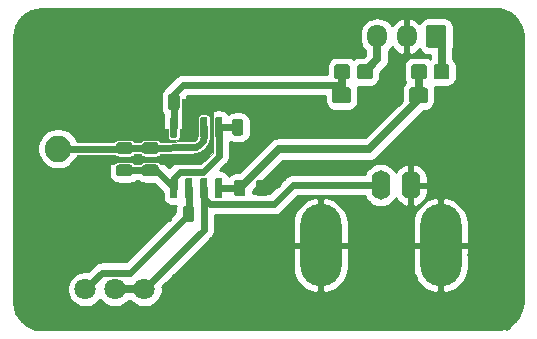
<source format=gtl>
G04 #@! TF.GenerationSoftware,KiCad,Pcbnew,(5.1.5-0)*
G04 #@! TF.CreationDate,2020-06-12T16:12:48+02:00*
G04 #@! TF.ProjectId,Ampli_IMS,416d706c-695f-4494-9d53-2e6b69636164,rev?*
G04 #@! TF.SameCoordinates,Original*
G04 #@! TF.FileFunction,Copper,L1,Top*
G04 #@! TF.FilePolarity,Positive*
%FSLAX46Y46*%
G04 Gerber Fmt 4.6, Leading zero omitted, Abs format (unit mm)*
G04 Created by KiCad (PCBNEW (5.1.5-0)) date 2020-06-12 16:12:48*
%MOMM*%
%LPD*%
G04 APERTURE LIST*
%ADD10C,0.100000*%
%ADD11C,2.250000*%
%ADD12C,1.800000*%
%ADD13O,1.700000X1.950000*%
%ADD14O,1.600000X2.500000*%
%ADD15O,3.500000X7.000000*%
%ADD16C,0.500000*%
%ADD17C,0.800000*%
%ADD18C,0.700000*%
%ADD19C,0.600000*%
%ADD20C,0.254000*%
%ADD21C,0.050000*%
G04 APERTURE END LIST*
G04 #@! TA.AperFunction,SMDPad,CuDef*
D10*
G36*
X53562005Y-28826204D02*
G01*
X53586273Y-28829804D01*
X53610072Y-28835765D01*
X53633171Y-28844030D01*
X53655350Y-28854520D01*
X53676393Y-28867132D01*
X53696099Y-28881747D01*
X53714277Y-28898223D01*
X53730753Y-28916401D01*
X53745368Y-28936107D01*
X53757980Y-28957150D01*
X53768470Y-28979329D01*
X53776735Y-29002428D01*
X53782696Y-29026227D01*
X53786296Y-29050495D01*
X53787500Y-29074999D01*
X53787500Y-29925001D01*
X53786296Y-29949505D01*
X53782696Y-29973773D01*
X53776735Y-29997572D01*
X53768470Y-30020671D01*
X53757980Y-30042850D01*
X53745368Y-30063893D01*
X53730753Y-30083599D01*
X53714277Y-30101777D01*
X53696099Y-30118253D01*
X53676393Y-30132868D01*
X53655350Y-30145480D01*
X53633171Y-30155970D01*
X53610072Y-30164235D01*
X53586273Y-30170196D01*
X53562005Y-30173796D01*
X53537501Y-30175000D01*
X52462499Y-30175000D01*
X52437995Y-30173796D01*
X52413727Y-30170196D01*
X52389928Y-30164235D01*
X52366829Y-30155970D01*
X52344650Y-30145480D01*
X52323607Y-30132868D01*
X52303901Y-30118253D01*
X52285723Y-30101777D01*
X52269247Y-30083599D01*
X52254632Y-30063893D01*
X52242020Y-30042850D01*
X52231530Y-30020671D01*
X52223265Y-29997572D01*
X52217304Y-29973773D01*
X52213704Y-29949505D01*
X52212500Y-29925001D01*
X52212500Y-29074999D01*
X52213704Y-29050495D01*
X52217304Y-29026227D01*
X52223265Y-29002428D01*
X52231530Y-28979329D01*
X52242020Y-28957150D01*
X52254632Y-28936107D01*
X52269247Y-28916401D01*
X52285723Y-28898223D01*
X52303901Y-28881747D01*
X52323607Y-28867132D01*
X52344650Y-28854520D01*
X52366829Y-28844030D01*
X52389928Y-28835765D01*
X52413727Y-28829804D01*
X52437995Y-28826204D01*
X52462499Y-28825000D01*
X53537501Y-28825000D01*
X53562005Y-28826204D01*
G37*
G04 #@! TD.AperFunction*
G04 #@! TA.AperFunction,SMDPad,CuDef*
G36*
X56437005Y-28826204D02*
G01*
X56461273Y-28829804D01*
X56485072Y-28835765D01*
X56508171Y-28844030D01*
X56530350Y-28854520D01*
X56551393Y-28867132D01*
X56571099Y-28881747D01*
X56589277Y-28898223D01*
X56605753Y-28916401D01*
X56620368Y-28936107D01*
X56632980Y-28957150D01*
X56643470Y-28979329D01*
X56651735Y-29002428D01*
X56657696Y-29026227D01*
X56661296Y-29050495D01*
X56662500Y-29074999D01*
X56662500Y-29925001D01*
X56661296Y-29949505D01*
X56657696Y-29973773D01*
X56651735Y-29997572D01*
X56643470Y-30020671D01*
X56632980Y-30042850D01*
X56620368Y-30063893D01*
X56605753Y-30083599D01*
X56589277Y-30101777D01*
X56571099Y-30118253D01*
X56551393Y-30132868D01*
X56530350Y-30145480D01*
X56508171Y-30155970D01*
X56485072Y-30164235D01*
X56461273Y-30170196D01*
X56437005Y-30173796D01*
X56412501Y-30175000D01*
X55337499Y-30175000D01*
X55312995Y-30173796D01*
X55288727Y-30170196D01*
X55264928Y-30164235D01*
X55241829Y-30155970D01*
X55219650Y-30145480D01*
X55198607Y-30132868D01*
X55178901Y-30118253D01*
X55160723Y-30101777D01*
X55144247Y-30083599D01*
X55129632Y-30063893D01*
X55117020Y-30042850D01*
X55106530Y-30020671D01*
X55098265Y-29997572D01*
X55092304Y-29973773D01*
X55088704Y-29949505D01*
X55087500Y-29925001D01*
X55087500Y-29074999D01*
X55088704Y-29050495D01*
X55092304Y-29026227D01*
X55098265Y-29002428D01*
X55106530Y-28979329D01*
X55117020Y-28957150D01*
X55129632Y-28936107D01*
X55144247Y-28916401D01*
X55160723Y-28898223D01*
X55178901Y-28881747D01*
X55198607Y-28867132D01*
X55219650Y-28854520D01*
X55241829Y-28844030D01*
X55264928Y-28835765D01*
X55288727Y-28829804D01*
X55312995Y-28826204D01*
X55337499Y-28825000D01*
X56412501Y-28825000D01*
X56437005Y-28826204D01*
G37*
G04 #@! TD.AperFunction*
G04 #@! TA.AperFunction,SMDPad,CuDef*
G36*
X53474504Y-26851204D02*
G01*
X53498773Y-26854804D01*
X53522571Y-26860765D01*
X53545671Y-26869030D01*
X53567849Y-26879520D01*
X53588893Y-26892133D01*
X53608598Y-26906747D01*
X53626777Y-26923223D01*
X53643253Y-26941402D01*
X53657867Y-26961107D01*
X53670480Y-26982151D01*
X53680970Y-27004329D01*
X53689235Y-27027429D01*
X53695196Y-27051227D01*
X53698796Y-27075496D01*
X53700000Y-27100000D01*
X53700000Y-27900000D01*
X53698796Y-27924504D01*
X53695196Y-27948773D01*
X53689235Y-27972571D01*
X53680970Y-27995671D01*
X53670480Y-28017849D01*
X53657867Y-28038893D01*
X53643253Y-28058598D01*
X53626777Y-28076777D01*
X53608598Y-28093253D01*
X53588893Y-28107867D01*
X53567849Y-28120480D01*
X53545671Y-28130970D01*
X53522571Y-28139235D01*
X53498773Y-28145196D01*
X53474504Y-28148796D01*
X53450000Y-28150000D01*
X52625000Y-28150000D01*
X52600496Y-28148796D01*
X52576227Y-28145196D01*
X52552429Y-28139235D01*
X52529329Y-28130970D01*
X52507151Y-28120480D01*
X52486107Y-28107867D01*
X52466402Y-28093253D01*
X52448223Y-28076777D01*
X52431747Y-28058598D01*
X52417133Y-28038893D01*
X52404520Y-28017849D01*
X52394030Y-27995671D01*
X52385765Y-27972571D01*
X52379804Y-27948773D01*
X52376204Y-27924504D01*
X52375000Y-27900000D01*
X52375000Y-27100000D01*
X52376204Y-27075496D01*
X52379804Y-27051227D01*
X52385765Y-27027429D01*
X52394030Y-27004329D01*
X52404520Y-26982151D01*
X52417133Y-26961107D01*
X52431747Y-26941402D01*
X52448223Y-26923223D01*
X52466402Y-26906747D01*
X52486107Y-26892133D01*
X52507151Y-26879520D01*
X52529329Y-26869030D01*
X52552429Y-26860765D01*
X52576227Y-26854804D01*
X52600496Y-26851204D01*
X52625000Y-26850000D01*
X53450000Y-26850000D01*
X53474504Y-26851204D01*
G37*
G04 #@! TD.AperFunction*
G04 #@! TA.AperFunction,SMDPad,CuDef*
G36*
X55399504Y-26851204D02*
G01*
X55423773Y-26854804D01*
X55447571Y-26860765D01*
X55470671Y-26869030D01*
X55492849Y-26879520D01*
X55513893Y-26892133D01*
X55533598Y-26906747D01*
X55551777Y-26923223D01*
X55568253Y-26941402D01*
X55582867Y-26961107D01*
X55595480Y-26982151D01*
X55605970Y-27004329D01*
X55614235Y-27027429D01*
X55620196Y-27051227D01*
X55623796Y-27075496D01*
X55625000Y-27100000D01*
X55625000Y-27900000D01*
X55623796Y-27924504D01*
X55620196Y-27948773D01*
X55614235Y-27972571D01*
X55605970Y-27995671D01*
X55595480Y-28017849D01*
X55582867Y-28038893D01*
X55568253Y-28058598D01*
X55551777Y-28076777D01*
X55533598Y-28093253D01*
X55513893Y-28107867D01*
X55492849Y-28120480D01*
X55470671Y-28130970D01*
X55447571Y-28139235D01*
X55423773Y-28145196D01*
X55399504Y-28148796D01*
X55375000Y-28150000D01*
X54550000Y-28150000D01*
X54525496Y-28148796D01*
X54501227Y-28145196D01*
X54477429Y-28139235D01*
X54454329Y-28130970D01*
X54432151Y-28120480D01*
X54411107Y-28107867D01*
X54391402Y-28093253D01*
X54373223Y-28076777D01*
X54356747Y-28058598D01*
X54342133Y-28038893D01*
X54329520Y-28017849D01*
X54319030Y-27995671D01*
X54310765Y-27972571D01*
X54304804Y-27948773D01*
X54301204Y-27924504D01*
X54300000Y-27900000D01*
X54300000Y-27100000D01*
X54301204Y-27075496D01*
X54304804Y-27051227D01*
X54310765Y-27027429D01*
X54319030Y-27004329D01*
X54329520Y-26982151D01*
X54342133Y-26961107D01*
X54356747Y-26941402D01*
X54373223Y-26923223D01*
X54391402Y-26906747D01*
X54411107Y-26892133D01*
X54432151Y-26879520D01*
X54454329Y-26869030D01*
X54477429Y-26860765D01*
X54501227Y-26854804D01*
X54525496Y-26851204D01*
X54550000Y-26850000D01*
X55375000Y-26850000D01*
X55399504Y-26851204D01*
G37*
G04 #@! TD.AperFunction*
G04 #@! TA.AperFunction,SMDPad,CuDef*
G36*
X61899504Y-26851204D02*
G01*
X61923773Y-26854804D01*
X61947571Y-26860765D01*
X61970671Y-26869030D01*
X61992849Y-26879520D01*
X62013893Y-26892133D01*
X62033598Y-26906747D01*
X62051777Y-26923223D01*
X62068253Y-26941402D01*
X62082867Y-26961107D01*
X62095480Y-26982151D01*
X62105970Y-27004329D01*
X62114235Y-27027429D01*
X62120196Y-27051227D01*
X62123796Y-27075496D01*
X62125000Y-27100000D01*
X62125000Y-27900000D01*
X62123796Y-27924504D01*
X62120196Y-27948773D01*
X62114235Y-27972571D01*
X62105970Y-27995671D01*
X62095480Y-28017849D01*
X62082867Y-28038893D01*
X62068253Y-28058598D01*
X62051777Y-28076777D01*
X62033598Y-28093253D01*
X62013893Y-28107867D01*
X61992849Y-28120480D01*
X61970671Y-28130970D01*
X61947571Y-28139235D01*
X61923773Y-28145196D01*
X61899504Y-28148796D01*
X61875000Y-28150000D01*
X61050000Y-28150000D01*
X61025496Y-28148796D01*
X61001227Y-28145196D01*
X60977429Y-28139235D01*
X60954329Y-28130970D01*
X60932151Y-28120480D01*
X60911107Y-28107867D01*
X60891402Y-28093253D01*
X60873223Y-28076777D01*
X60856747Y-28058598D01*
X60842133Y-28038893D01*
X60829520Y-28017849D01*
X60819030Y-27995671D01*
X60810765Y-27972571D01*
X60804804Y-27948773D01*
X60801204Y-27924504D01*
X60800000Y-27900000D01*
X60800000Y-27100000D01*
X60801204Y-27075496D01*
X60804804Y-27051227D01*
X60810765Y-27027429D01*
X60819030Y-27004329D01*
X60829520Y-26982151D01*
X60842133Y-26961107D01*
X60856747Y-26941402D01*
X60873223Y-26923223D01*
X60891402Y-26906747D01*
X60911107Y-26892133D01*
X60932151Y-26879520D01*
X60954329Y-26869030D01*
X60977429Y-26860765D01*
X61001227Y-26854804D01*
X61025496Y-26851204D01*
X61050000Y-26850000D01*
X61875000Y-26850000D01*
X61899504Y-26851204D01*
G37*
G04 #@! TD.AperFunction*
G04 #@! TA.AperFunction,SMDPad,CuDef*
G36*
X59974504Y-26851204D02*
G01*
X59998773Y-26854804D01*
X60022571Y-26860765D01*
X60045671Y-26869030D01*
X60067849Y-26879520D01*
X60088893Y-26892133D01*
X60108598Y-26906747D01*
X60126777Y-26923223D01*
X60143253Y-26941402D01*
X60157867Y-26961107D01*
X60170480Y-26982151D01*
X60180970Y-27004329D01*
X60189235Y-27027429D01*
X60195196Y-27051227D01*
X60198796Y-27075496D01*
X60200000Y-27100000D01*
X60200000Y-27900000D01*
X60198796Y-27924504D01*
X60195196Y-27948773D01*
X60189235Y-27972571D01*
X60180970Y-27995671D01*
X60170480Y-28017849D01*
X60157867Y-28038893D01*
X60143253Y-28058598D01*
X60126777Y-28076777D01*
X60108598Y-28093253D01*
X60088893Y-28107867D01*
X60067849Y-28120480D01*
X60045671Y-28130970D01*
X60022571Y-28139235D01*
X59998773Y-28145196D01*
X59974504Y-28148796D01*
X59950000Y-28150000D01*
X59125000Y-28150000D01*
X59100496Y-28148796D01*
X59076227Y-28145196D01*
X59052429Y-28139235D01*
X59029329Y-28130970D01*
X59007151Y-28120480D01*
X58986107Y-28107867D01*
X58966402Y-28093253D01*
X58948223Y-28076777D01*
X58931747Y-28058598D01*
X58917133Y-28038893D01*
X58904520Y-28017849D01*
X58894030Y-27995671D01*
X58885765Y-27972571D01*
X58879804Y-27948773D01*
X58876204Y-27924504D01*
X58875000Y-27900000D01*
X58875000Y-27100000D01*
X58876204Y-27075496D01*
X58879804Y-27051227D01*
X58885765Y-27027429D01*
X58894030Y-27004329D01*
X58904520Y-26982151D01*
X58917133Y-26961107D01*
X58931747Y-26941402D01*
X58948223Y-26923223D01*
X58966402Y-26906747D01*
X58986107Y-26892133D01*
X59007151Y-26879520D01*
X59029329Y-26869030D01*
X59052429Y-26860765D01*
X59076227Y-26854804D01*
X59100496Y-26851204D01*
X59125000Y-26850000D01*
X59950000Y-26850000D01*
X59974504Y-26851204D01*
G37*
G04 #@! TD.AperFunction*
G04 #@! TA.AperFunction,SMDPad,CuDef*
G36*
X62937005Y-28826204D02*
G01*
X62961273Y-28829804D01*
X62985072Y-28835765D01*
X63008171Y-28844030D01*
X63030350Y-28854520D01*
X63051393Y-28867132D01*
X63071099Y-28881747D01*
X63089277Y-28898223D01*
X63105753Y-28916401D01*
X63120368Y-28936107D01*
X63132980Y-28957150D01*
X63143470Y-28979329D01*
X63151735Y-29002428D01*
X63157696Y-29026227D01*
X63161296Y-29050495D01*
X63162500Y-29074999D01*
X63162500Y-29925001D01*
X63161296Y-29949505D01*
X63157696Y-29973773D01*
X63151735Y-29997572D01*
X63143470Y-30020671D01*
X63132980Y-30042850D01*
X63120368Y-30063893D01*
X63105753Y-30083599D01*
X63089277Y-30101777D01*
X63071099Y-30118253D01*
X63051393Y-30132868D01*
X63030350Y-30145480D01*
X63008171Y-30155970D01*
X62985072Y-30164235D01*
X62961273Y-30170196D01*
X62937005Y-30173796D01*
X62912501Y-30175000D01*
X61837499Y-30175000D01*
X61812995Y-30173796D01*
X61788727Y-30170196D01*
X61764928Y-30164235D01*
X61741829Y-30155970D01*
X61719650Y-30145480D01*
X61698607Y-30132868D01*
X61678901Y-30118253D01*
X61660723Y-30101777D01*
X61644247Y-30083599D01*
X61629632Y-30063893D01*
X61617020Y-30042850D01*
X61606530Y-30020671D01*
X61598265Y-29997572D01*
X61592304Y-29973773D01*
X61588704Y-29949505D01*
X61587500Y-29925001D01*
X61587500Y-29074999D01*
X61588704Y-29050495D01*
X61592304Y-29026227D01*
X61598265Y-29002428D01*
X61606530Y-28979329D01*
X61617020Y-28957150D01*
X61629632Y-28936107D01*
X61644247Y-28916401D01*
X61660723Y-28898223D01*
X61678901Y-28881747D01*
X61698607Y-28867132D01*
X61719650Y-28854520D01*
X61741829Y-28844030D01*
X61764928Y-28835765D01*
X61788727Y-28829804D01*
X61812995Y-28826204D01*
X61837499Y-28825000D01*
X62912501Y-28825000D01*
X62937005Y-28826204D01*
G37*
G04 #@! TD.AperFunction*
G04 #@! TA.AperFunction,SMDPad,CuDef*
G36*
X60062005Y-28826204D02*
G01*
X60086273Y-28829804D01*
X60110072Y-28835765D01*
X60133171Y-28844030D01*
X60155350Y-28854520D01*
X60176393Y-28867132D01*
X60196099Y-28881747D01*
X60214277Y-28898223D01*
X60230753Y-28916401D01*
X60245368Y-28936107D01*
X60257980Y-28957150D01*
X60268470Y-28979329D01*
X60276735Y-29002428D01*
X60282696Y-29026227D01*
X60286296Y-29050495D01*
X60287500Y-29074999D01*
X60287500Y-29925001D01*
X60286296Y-29949505D01*
X60282696Y-29973773D01*
X60276735Y-29997572D01*
X60268470Y-30020671D01*
X60257980Y-30042850D01*
X60245368Y-30063893D01*
X60230753Y-30083599D01*
X60214277Y-30101777D01*
X60196099Y-30118253D01*
X60176393Y-30132868D01*
X60155350Y-30145480D01*
X60133171Y-30155970D01*
X60110072Y-30164235D01*
X60086273Y-30170196D01*
X60062005Y-30173796D01*
X60037501Y-30175000D01*
X58962499Y-30175000D01*
X58937995Y-30173796D01*
X58913727Y-30170196D01*
X58889928Y-30164235D01*
X58866829Y-30155970D01*
X58844650Y-30145480D01*
X58823607Y-30132868D01*
X58803901Y-30118253D01*
X58785723Y-30101777D01*
X58769247Y-30083599D01*
X58754632Y-30063893D01*
X58742020Y-30042850D01*
X58731530Y-30020671D01*
X58723265Y-29997572D01*
X58717304Y-29973773D01*
X58713704Y-29949505D01*
X58712500Y-29925001D01*
X58712500Y-29074999D01*
X58713704Y-29050495D01*
X58717304Y-29026227D01*
X58723265Y-29002428D01*
X58731530Y-28979329D01*
X58742020Y-28957150D01*
X58754632Y-28936107D01*
X58769247Y-28916401D01*
X58785723Y-28898223D01*
X58803901Y-28881747D01*
X58823607Y-28867132D01*
X58844650Y-28854520D01*
X58866829Y-28844030D01*
X58889928Y-28835765D01*
X58913727Y-28829804D01*
X58937995Y-28826204D01*
X58962499Y-28825000D01*
X60037501Y-28825000D01*
X60062005Y-28826204D01*
G37*
G04 #@! TD.AperFunction*
G04 #@! TA.AperFunction,SMDPad,CuDef*
G36*
X42764703Y-31325722D02*
G01*
X42779264Y-31327882D01*
X42793543Y-31331459D01*
X42807403Y-31336418D01*
X42820710Y-31342712D01*
X42833336Y-31350280D01*
X42845159Y-31359048D01*
X42856066Y-31368934D01*
X42865952Y-31379841D01*
X42874720Y-31391664D01*
X42882288Y-31404290D01*
X42888582Y-31417597D01*
X42893541Y-31431457D01*
X42897118Y-31445736D01*
X42899278Y-31460297D01*
X42900000Y-31475000D01*
X42900000Y-32925000D01*
X42899278Y-32939703D01*
X42897118Y-32954264D01*
X42893541Y-32968543D01*
X42888582Y-32982403D01*
X42882288Y-32995710D01*
X42874720Y-33008336D01*
X42865952Y-33020159D01*
X42856066Y-33031066D01*
X42845159Y-33040952D01*
X42833336Y-33049720D01*
X42820710Y-33057288D01*
X42807403Y-33063582D01*
X42793543Y-33068541D01*
X42779264Y-33072118D01*
X42764703Y-33074278D01*
X42750000Y-33075000D01*
X42450000Y-33075000D01*
X42435297Y-33074278D01*
X42420736Y-33072118D01*
X42406457Y-33068541D01*
X42392597Y-33063582D01*
X42379290Y-33057288D01*
X42366664Y-33049720D01*
X42354841Y-33040952D01*
X42343934Y-33031066D01*
X42334048Y-33020159D01*
X42325280Y-33008336D01*
X42317712Y-32995710D01*
X42311418Y-32982403D01*
X42306459Y-32968543D01*
X42302882Y-32954264D01*
X42300722Y-32939703D01*
X42300000Y-32925000D01*
X42300000Y-31475000D01*
X42300722Y-31460297D01*
X42302882Y-31445736D01*
X42306459Y-31431457D01*
X42311418Y-31417597D01*
X42317712Y-31404290D01*
X42325280Y-31391664D01*
X42334048Y-31379841D01*
X42343934Y-31368934D01*
X42354841Y-31359048D01*
X42366664Y-31350280D01*
X42379290Y-31342712D01*
X42392597Y-31336418D01*
X42406457Y-31331459D01*
X42420736Y-31327882D01*
X42435297Y-31325722D01*
X42450000Y-31325000D01*
X42750000Y-31325000D01*
X42764703Y-31325722D01*
G37*
G04 #@! TD.AperFunction*
G04 #@! TA.AperFunction,SMDPad,CuDef*
G36*
X41494703Y-31325722D02*
G01*
X41509264Y-31327882D01*
X41523543Y-31331459D01*
X41537403Y-31336418D01*
X41550710Y-31342712D01*
X41563336Y-31350280D01*
X41575159Y-31359048D01*
X41586066Y-31368934D01*
X41595952Y-31379841D01*
X41604720Y-31391664D01*
X41612288Y-31404290D01*
X41618582Y-31417597D01*
X41623541Y-31431457D01*
X41627118Y-31445736D01*
X41629278Y-31460297D01*
X41630000Y-31475000D01*
X41630000Y-32925000D01*
X41629278Y-32939703D01*
X41627118Y-32954264D01*
X41623541Y-32968543D01*
X41618582Y-32982403D01*
X41612288Y-32995710D01*
X41604720Y-33008336D01*
X41595952Y-33020159D01*
X41586066Y-33031066D01*
X41575159Y-33040952D01*
X41563336Y-33049720D01*
X41550710Y-33057288D01*
X41537403Y-33063582D01*
X41523543Y-33068541D01*
X41509264Y-33072118D01*
X41494703Y-33074278D01*
X41480000Y-33075000D01*
X41180000Y-33075000D01*
X41165297Y-33074278D01*
X41150736Y-33072118D01*
X41136457Y-33068541D01*
X41122597Y-33063582D01*
X41109290Y-33057288D01*
X41096664Y-33049720D01*
X41084841Y-33040952D01*
X41073934Y-33031066D01*
X41064048Y-33020159D01*
X41055280Y-33008336D01*
X41047712Y-32995710D01*
X41041418Y-32982403D01*
X41036459Y-32968543D01*
X41032882Y-32954264D01*
X41030722Y-32939703D01*
X41030000Y-32925000D01*
X41030000Y-31475000D01*
X41030722Y-31460297D01*
X41032882Y-31445736D01*
X41036459Y-31431457D01*
X41041418Y-31417597D01*
X41047712Y-31404290D01*
X41055280Y-31391664D01*
X41064048Y-31379841D01*
X41073934Y-31368934D01*
X41084841Y-31359048D01*
X41096664Y-31350280D01*
X41109290Y-31342712D01*
X41122597Y-31336418D01*
X41136457Y-31331459D01*
X41150736Y-31327882D01*
X41165297Y-31325722D01*
X41180000Y-31325000D01*
X41480000Y-31325000D01*
X41494703Y-31325722D01*
G37*
G04 #@! TD.AperFunction*
G04 #@! TA.AperFunction,SMDPad,CuDef*
G36*
X40224703Y-31325722D02*
G01*
X40239264Y-31327882D01*
X40253543Y-31331459D01*
X40267403Y-31336418D01*
X40280710Y-31342712D01*
X40293336Y-31350280D01*
X40305159Y-31359048D01*
X40316066Y-31368934D01*
X40325952Y-31379841D01*
X40334720Y-31391664D01*
X40342288Y-31404290D01*
X40348582Y-31417597D01*
X40353541Y-31431457D01*
X40357118Y-31445736D01*
X40359278Y-31460297D01*
X40360000Y-31475000D01*
X40360000Y-32925000D01*
X40359278Y-32939703D01*
X40357118Y-32954264D01*
X40353541Y-32968543D01*
X40348582Y-32982403D01*
X40342288Y-32995710D01*
X40334720Y-33008336D01*
X40325952Y-33020159D01*
X40316066Y-33031066D01*
X40305159Y-33040952D01*
X40293336Y-33049720D01*
X40280710Y-33057288D01*
X40267403Y-33063582D01*
X40253543Y-33068541D01*
X40239264Y-33072118D01*
X40224703Y-33074278D01*
X40210000Y-33075000D01*
X39910000Y-33075000D01*
X39895297Y-33074278D01*
X39880736Y-33072118D01*
X39866457Y-33068541D01*
X39852597Y-33063582D01*
X39839290Y-33057288D01*
X39826664Y-33049720D01*
X39814841Y-33040952D01*
X39803934Y-33031066D01*
X39794048Y-33020159D01*
X39785280Y-33008336D01*
X39777712Y-32995710D01*
X39771418Y-32982403D01*
X39766459Y-32968543D01*
X39762882Y-32954264D01*
X39760722Y-32939703D01*
X39760000Y-32925000D01*
X39760000Y-31475000D01*
X39760722Y-31460297D01*
X39762882Y-31445736D01*
X39766459Y-31431457D01*
X39771418Y-31417597D01*
X39777712Y-31404290D01*
X39785280Y-31391664D01*
X39794048Y-31379841D01*
X39803934Y-31368934D01*
X39814841Y-31359048D01*
X39826664Y-31350280D01*
X39839290Y-31342712D01*
X39852597Y-31336418D01*
X39866457Y-31331459D01*
X39880736Y-31327882D01*
X39895297Y-31325722D01*
X39910000Y-31325000D01*
X40210000Y-31325000D01*
X40224703Y-31325722D01*
G37*
G04 #@! TD.AperFunction*
G04 #@! TA.AperFunction,SMDPad,CuDef*
G36*
X38954703Y-31325722D02*
G01*
X38969264Y-31327882D01*
X38983543Y-31331459D01*
X38997403Y-31336418D01*
X39010710Y-31342712D01*
X39023336Y-31350280D01*
X39035159Y-31359048D01*
X39046066Y-31368934D01*
X39055952Y-31379841D01*
X39064720Y-31391664D01*
X39072288Y-31404290D01*
X39078582Y-31417597D01*
X39083541Y-31431457D01*
X39087118Y-31445736D01*
X39089278Y-31460297D01*
X39090000Y-31475000D01*
X39090000Y-32925000D01*
X39089278Y-32939703D01*
X39087118Y-32954264D01*
X39083541Y-32968543D01*
X39078582Y-32982403D01*
X39072288Y-32995710D01*
X39064720Y-33008336D01*
X39055952Y-33020159D01*
X39046066Y-33031066D01*
X39035159Y-33040952D01*
X39023336Y-33049720D01*
X39010710Y-33057288D01*
X38997403Y-33063582D01*
X38983543Y-33068541D01*
X38969264Y-33072118D01*
X38954703Y-33074278D01*
X38940000Y-33075000D01*
X38640000Y-33075000D01*
X38625297Y-33074278D01*
X38610736Y-33072118D01*
X38596457Y-33068541D01*
X38582597Y-33063582D01*
X38569290Y-33057288D01*
X38556664Y-33049720D01*
X38544841Y-33040952D01*
X38533934Y-33031066D01*
X38524048Y-33020159D01*
X38515280Y-33008336D01*
X38507712Y-32995710D01*
X38501418Y-32982403D01*
X38496459Y-32968543D01*
X38492882Y-32954264D01*
X38490722Y-32939703D01*
X38490000Y-32925000D01*
X38490000Y-31475000D01*
X38490722Y-31460297D01*
X38492882Y-31445736D01*
X38496459Y-31431457D01*
X38501418Y-31417597D01*
X38507712Y-31404290D01*
X38515280Y-31391664D01*
X38524048Y-31379841D01*
X38533934Y-31368934D01*
X38544841Y-31359048D01*
X38556664Y-31350280D01*
X38569290Y-31342712D01*
X38582597Y-31336418D01*
X38596457Y-31331459D01*
X38610736Y-31327882D01*
X38625297Y-31325722D01*
X38640000Y-31325000D01*
X38940000Y-31325000D01*
X38954703Y-31325722D01*
G37*
G04 #@! TD.AperFunction*
G04 #@! TA.AperFunction,SMDPad,CuDef*
G36*
X38954703Y-36475722D02*
G01*
X38969264Y-36477882D01*
X38983543Y-36481459D01*
X38997403Y-36486418D01*
X39010710Y-36492712D01*
X39023336Y-36500280D01*
X39035159Y-36509048D01*
X39046066Y-36518934D01*
X39055952Y-36529841D01*
X39064720Y-36541664D01*
X39072288Y-36554290D01*
X39078582Y-36567597D01*
X39083541Y-36581457D01*
X39087118Y-36595736D01*
X39089278Y-36610297D01*
X39090000Y-36625000D01*
X39090000Y-38075000D01*
X39089278Y-38089703D01*
X39087118Y-38104264D01*
X39083541Y-38118543D01*
X39078582Y-38132403D01*
X39072288Y-38145710D01*
X39064720Y-38158336D01*
X39055952Y-38170159D01*
X39046066Y-38181066D01*
X39035159Y-38190952D01*
X39023336Y-38199720D01*
X39010710Y-38207288D01*
X38997403Y-38213582D01*
X38983543Y-38218541D01*
X38969264Y-38222118D01*
X38954703Y-38224278D01*
X38940000Y-38225000D01*
X38640000Y-38225000D01*
X38625297Y-38224278D01*
X38610736Y-38222118D01*
X38596457Y-38218541D01*
X38582597Y-38213582D01*
X38569290Y-38207288D01*
X38556664Y-38199720D01*
X38544841Y-38190952D01*
X38533934Y-38181066D01*
X38524048Y-38170159D01*
X38515280Y-38158336D01*
X38507712Y-38145710D01*
X38501418Y-38132403D01*
X38496459Y-38118543D01*
X38492882Y-38104264D01*
X38490722Y-38089703D01*
X38490000Y-38075000D01*
X38490000Y-36625000D01*
X38490722Y-36610297D01*
X38492882Y-36595736D01*
X38496459Y-36581457D01*
X38501418Y-36567597D01*
X38507712Y-36554290D01*
X38515280Y-36541664D01*
X38524048Y-36529841D01*
X38533934Y-36518934D01*
X38544841Y-36509048D01*
X38556664Y-36500280D01*
X38569290Y-36492712D01*
X38582597Y-36486418D01*
X38596457Y-36481459D01*
X38610736Y-36477882D01*
X38625297Y-36475722D01*
X38640000Y-36475000D01*
X38940000Y-36475000D01*
X38954703Y-36475722D01*
G37*
G04 #@! TD.AperFunction*
G04 #@! TA.AperFunction,SMDPad,CuDef*
G36*
X40224703Y-36475722D02*
G01*
X40239264Y-36477882D01*
X40253543Y-36481459D01*
X40267403Y-36486418D01*
X40280710Y-36492712D01*
X40293336Y-36500280D01*
X40305159Y-36509048D01*
X40316066Y-36518934D01*
X40325952Y-36529841D01*
X40334720Y-36541664D01*
X40342288Y-36554290D01*
X40348582Y-36567597D01*
X40353541Y-36581457D01*
X40357118Y-36595736D01*
X40359278Y-36610297D01*
X40360000Y-36625000D01*
X40360000Y-38075000D01*
X40359278Y-38089703D01*
X40357118Y-38104264D01*
X40353541Y-38118543D01*
X40348582Y-38132403D01*
X40342288Y-38145710D01*
X40334720Y-38158336D01*
X40325952Y-38170159D01*
X40316066Y-38181066D01*
X40305159Y-38190952D01*
X40293336Y-38199720D01*
X40280710Y-38207288D01*
X40267403Y-38213582D01*
X40253543Y-38218541D01*
X40239264Y-38222118D01*
X40224703Y-38224278D01*
X40210000Y-38225000D01*
X39910000Y-38225000D01*
X39895297Y-38224278D01*
X39880736Y-38222118D01*
X39866457Y-38218541D01*
X39852597Y-38213582D01*
X39839290Y-38207288D01*
X39826664Y-38199720D01*
X39814841Y-38190952D01*
X39803934Y-38181066D01*
X39794048Y-38170159D01*
X39785280Y-38158336D01*
X39777712Y-38145710D01*
X39771418Y-38132403D01*
X39766459Y-38118543D01*
X39762882Y-38104264D01*
X39760722Y-38089703D01*
X39760000Y-38075000D01*
X39760000Y-36625000D01*
X39760722Y-36610297D01*
X39762882Y-36595736D01*
X39766459Y-36581457D01*
X39771418Y-36567597D01*
X39777712Y-36554290D01*
X39785280Y-36541664D01*
X39794048Y-36529841D01*
X39803934Y-36518934D01*
X39814841Y-36509048D01*
X39826664Y-36500280D01*
X39839290Y-36492712D01*
X39852597Y-36486418D01*
X39866457Y-36481459D01*
X39880736Y-36477882D01*
X39895297Y-36475722D01*
X39910000Y-36475000D01*
X40210000Y-36475000D01*
X40224703Y-36475722D01*
G37*
G04 #@! TD.AperFunction*
G04 #@! TA.AperFunction,SMDPad,CuDef*
G36*
X41494703Y-36475722D02*
G01*
X41509264Y-36477882D01*
X41523543Y-36481459D01*
X41537403Y-36486418D01*
X41550710Y-36492712D01*
X41563336Y-36500280D01*
X41575159Y-36509048D01*
X41586066Y-36518934D01*
X41595952Y-36529841D01*
X41604720Y-36541664D01*
X41612288Y-36554290D01*
X41618582Y-36567597D01*
X41623541Y-36581457D01*
X41627118Y-36595736D01*
X41629278Y-36610297D01*
X41630000Y-36625000D01*
X41630000Y-38075000D01*
X41629278Y-38089703D01*
X41627118Y-38104264D01*
X41623541Y-38118543D01*
X41618582Y-38132403D01*
X41612288Y-38145710D01*
X41604720Y-38158336D01*
X41595952Y-38170159D01*
X41586066Y-38181066D01*
X41575159Y-38190952D01*
X41563336Y-38199720D01*
X41550710Y-38207288D01*
X41537403Y-38213582D01*
X41523543Y-38218541D01*
X41509264Y-38222118D01*
X41494703Y-38224278D01*
X41480000Y-38225000D01*
X41180000Y-38225000D01*
X41165297Y-38224278D01*
X41150736Y-38222118D01*
X41136457Y-38218541D01*
X41122597Y-38213582D01*
X41109290Y-38207288D01*
X41096664Y-38199720D01*
X41084841Y-38190952D01*
X41073934Y-38181066D01*
X41064048Y-38170159D01*
X41055280Y-38158336D01*
X41047712Y-38145710D01*
X41041418Y-38132403D01*
X41036459Y-38118543D01*
X41032882Y-38104264D01*
X41030722Y-38089703D01*
X41030000Y-38075000D01*
X41030000Y-36625000D01*
X41030722Y-36610297D01*
X41032882Y-36595736D01*
X41036459Y-36581457D01*
X41041418Y-36567597D01*
X41047712Y-36554290D01*
X41055280Y-36541664D01*
X41064048Y-36529841D01*
X41073934Y-36518934D01*
X41084841Y-36509048D01*
X41096664Y-36500280D01*
X41109290Y-36492712D01*
X41122597Y-36486418D01*
X41136457Y-36481459D01*
X41150736Y-36477882D01*
X41165297Y-36475722D01*
X41180000Y-36475000D01*
X41480000Y-36475000D01*
X41494703Y-36475722D01*
G37*
G04 #@! TD.AperFunction*
G04 #@! TA.AperFunction,SMDPad,CuDef*
G36*
X42764703Y-36475722D02*
G01*
X42779264Y-36477882D01*
X42793543Y-36481459D01*
X42807403Y-36486418D01*
X42820710Y-36492712D01*
X42833336Y-36500280D01*
X42845159Y-36509048D01*
X42856066Y-36518934D01*
X42865952Y-36529841D01*
X42874720Y-36541664D01*
X42882288Y-36554290D01*
X42888582Y-36567597D01*
X42893541Y-36581457D01*
X42897118Y-36595736D01*
X42899278Y-36610297D01*
X42900000Y-36625000D01*
X42900000Y-38075000D01*
X42899278Y-38089703D01*
X42897118Y-38104264D01*
X42893541Y-38118543D01*
X42888582Y-38132403D01*
X42882288Y-38145710D01*
X42874720Y-38158336D01*
X42865952Y-38170159D01*
X42856066Y-38181066D01*
X42845159Y-38190952D01*
X42833336Y-38199720D01*
X42820710Y-38207288D01*
X42807403Y-38213582D01*
X42793543Y-38218541D01*
X42779264Y-38222118D01*
X42764703Y-38224278D01*
X42750000Y-38225000D01*
X42450000Y-38225000D01*
X42435297Y-38224278D01*
X42420736Y-38222118D01*
X42406457Y-38218541D01*
X42392597Y-38213582D01*
X42379290Y-38207288D01*
X42366664Y-38199720D01*
X42354841Y-38190952D01*
X42343934Y-38181066D01*
X42334048Y-38170159D01*
X42325280Y-38158336D01*
X42317712Y-38145710D01*
X42311418Y-38132403D01*
X42306459Y-38118543D01*
X42302882Y-38104264D01*
X42300722Y-38089703D01*
X42300000Y-38075000D01*
X42300000Y-36625000D01*
X42300722Y-36610297D01*
X42302882Y-36595736D01*
X42306459Y-36581457D01*
X42311418Y-36567597D01*
X42317712Y-36554290D01*
X42325280Y-36541664D01*
X42334048Y-36529841D01*
X42343934Y-36518934D01*
X42354841Y-36509048D01*
X42366664Y-36500280D01*
X42379290Y-36492712D01*
X42392597Y-36486418D01*
X42406457Y-36481459D01*
X42420736Y-36477882D01*
X42435297Y-36475722D01*
X42450000Y-36475000D01*
X42750000Y-36475000D01*
X42764703Y-36475722D01*
G37*
G04 #@! TD.AperFunction*
G04 #@! TA.AperFunction,SMDPad,CuDef*
G36*
X44467642Y-31501174D02*
G01*
X44491303Y-31504684D01*
X44514507Y-31510496D01*
X44537029Y-31518554D01*
X44558653Y-31528782D01*
X44579170Y-31541079D01*
X44598383Y-31555329D01*
X44616107Y-31571393D01*
X44632171Y-31589117D01*
X44646421Y-31608330D01*
X44658718Y-31628847D01*
X44668946Y-31650471D01*
X44677004Y-31672993D01*
X44682816Y-31696197D01*
X44686326Y-31719858D01*
X44687500Y-31743750D01*
X44687500Y-32656250D01*
X44686326Y-32680142D01*
X44682816Y-32703803D01*
X44677004Y-32727007D01*
X44668946Y-32749529D01*
X44658718Y-32771153D01*
X44646421Y-32791670D01*
X44632171Y-32810883D01*
X44616107Y-32828607D01*
X44598383Y-32844671D01*
X44579170Y-32858921D01*
X44558653Y-32871218D01*
X44537029Y-32881446D01*
X44514507Y-32889504D01*
X44491303Y-32895316D01*
X44467642Y-32898826D01*
X44443750Y-32900000D01*
X43956250Y-32900000D01*
X43932358Y-32898826D01*
X43908697Y-32895316D01*
X43885493Y-32889504D01*
X43862971Y-32881446D01*
X43841347Y-32871218D01*
X43820830Y-32858921D01*
X43801617Y-32844671D01*
X43783893Y-32828607D01*
X43767829Y-32810883D01*
X43753579Y-32791670D01*
X43741282Y-32771153D01*
X43731054Y-32749529D01*
X43722996Y-32727007D01*
X43717184Y-32703803D01*
X43713674Y-32680142D01*
X43712500Y-32656250D01*
X43712500Y-31743750D01*
X43713674Y-31719858D01*
X43717184Y-31696197D01*
X43722996Y-31672993D01*
X43731054Y-31650471D01*
X43741282Y-31628847D01*
X43753579Y-31608330D01*
X43767829Y-31589117D01*
X43783893Y-31571393D01*
X43801617Y-31555329D01*
X43820830Y-31541079D01*
X43841347Y-31528782D01*
X43862971Y-31518554D01*
X43885493Y-31510496D01*
X43908697Y-31504684D01*
X43932358Y-31501174D01*
X43956250Y-31500000D01*
X44443750Y-31500000D01*
X44467642Y-31501174D01*
G37*
G04 #@! TD.AperFunction*
G04 #@! TA.AperFunction,SMDPad,CuDef*
G36*
X46342642Y-31501174D02*
G01*
X46366303Y-31504684D01*
X46389507Y-31510496D01*
X46412029Y-31518554D01*
X46433653Y-31528782D01*
X46454170Y-31541079D01*
X46473383Y-31555329D01*
X46491107Y-31571393D01*
X46507171Y-31589117D01*
X46521421Y-31608330D01*
X46533718Y-31628847D01*
X46543946Y-31650471D01*
X46552004Y-31672993D01*
X46557816Y-31696197D01*
X46561326Y-31719858D01*
X46562500Y-31743750D01*
X46562500Y-32656250D01*
X46561326Y-32680142D01*
X46557816Y-32703803D01*
X46552004Y-32727007D01*
X46543946Y-32749529D01*
X46533718Y-32771153D01*
X46521421Y-32791670D01*
X46507171Y-32810883D01*
X46491107Y-32828607D01*
X46473383Y-32844671D01*
X46454170Y-32858921D01*
X46433653Y-32871218D01*
X46412029Y-32881446D01*
X46389507Y-32889504D01*
X46366303Y-32895316D01*
X46342642Y-32898826D01*
X46318750Y-32900000D01*
X45831250Y-32900000D01*
X45807358Y-32898826D01*
X45783697Y-32895316D01*
X45760493Y-32889504D01*
X45737971Y-32881446D01*
X45716347Y-32871218D01*
X45695830Y-32858921D01*
X45676617Y-32844671D01*
X45658893Y-32828607D01*
X45642829Y-32810883D01*
X45628579Y-32791670D01*
X45616282Y-32771153D01*
X45606054Y-32749529D01*
X45597996Y-32727007D01*
X45592184Y-32703803D01*
X45588674Y-32680142D01*
X45587500Y-32656250D01*
X45587500Y-31743750D01*
X45588674Y-31719858D01*
X45592184Y-31696197D01*
X45597996Y-31672993D01*
X45606054Y-31650471D01*
X45616282Y-31628847D01*
X45628579Y-31608330D01*
X45642829Y-31589117D01*
X45658893Y-31571393D01*
X45676617Y-31555329D01*
X45695830Y-31541079D01*
X45716347Y-31528782D01*
X45737971Y-31518554D01*
X45760493Y-31510496D01*
X45783697Y-31504684D01*
X45807358Y-31501174D01*
X45831250Y-31500000D01*
X46318750Y-31500000D01*
X46342642Y-31501174D01*
G37*
G04 #@! TD.AperFunction*
G04 #@! TA.AperFunction,SMDPad,CuDef*
G36*
X40305142Y-38851174D02*
G01*
X40328803Y-38854684D01*
X40352007Y-38860496D01*
X40374529Y-38868554D01*
X40396153Y-38878782D01*
X40416670Y-38891079D01*
X40435883Y-38905329D01*
X40453607Y-38921393D01*
X40469671Y-38939117D01*
X40483921Y-38958330D01*
X40496218Y-38978847D01*
X40506446Y-39000471D01*
X40514504Y-39022993D01*
X40520316Y-39046197D01*
X40523826Y-39069858D01*
X40525000Y-39093750D01*
X40525000Y-40006250D01*
X40523826Y-40030142D01*
X40520316Y-40053803D01*
X40514504Y-40077007D01*
X40506446Y-40099529D01*
X40496218Y-40121153D01*
X40483921Y-40141670D01*
X40469671Y-40160883D01*
X40453607Y-40178607D01*
X40435883Y-40194671D01*
X40416670Y-40208921D01*
X40396153Y-40221218D01*
X40374529Y-40231446D01*
X40352007Y-40239504D01*
X40328803Y-40245316D01*
X40305142Y-40248826D01*
X40281250Y-40250000D01*
X39793750Y-40250000D01*
X39769858Y-40248826D01*
X39746197Y-40245316D01*
X39722993Y-40239504D01*
X39700471Y-40231446D01*
X39678847Y-40221218D01*
X39658330Y-40208921D01*
X39639117Y-40194671D01*
X39621393Y-40178607D01*
X39605329Y-40160883D01*
X39591079Y-40141670D01*
X39578782Y-40121153D01*
X39568554Y-40099529D01*
X39560496Y-40077007D01*
X39554684Y-40053803D01*
X39551174Y-40030142D01*
X39550000Y-40006250D01*
X39550000Y-39093750D01*
X39551174Y-39069858D01*
X39554684Y-39046197D01*
X39560496Y-39022993D01*
X39568554Y-39000471D01*
X39578782Y-38978847D01*
X39591079Y-38958330D01*
X39605329Y-38939117D01*
X39621393Y-38921393D01*
X39639117Y-38905329D01*
X39658330Y-38891079D01*
X39678847Y-38878782D01*
X39700471Y-38868554D01*
X39722993Y-38860496D01*
X39746197Y-38854684D01*
X39769858Y-38851174D01*
X39793750Y-38850000D01*
X40281250Y-38850000D01*
X40305142Y-38851174D01*
G37*
G04 #@! TD.AperFunction*
G04 #@! TA.AperFunction,SMDPad,CuDef*
G36*
X38430142Y-38851174D02*
G01*
X38453803Y-38854684D01*
X38477007Y-38860496D01*
X38499529Y-38868554D01*
X38521153Y-38878782D01*
X38541670Y-38891079D01*
X38560883Y-38905329D01*
X38578607Y-38921393D01*
X38594671Y-38939117D01*
X38608921Y-38958330D01*
X38621218Y-38978847D01*
X38631446Y-39000471D01*
X38639504Y-39022993D01*
X38645316Y-39046197D01*
X38648826Y-39069858D01*
X38650000Y-39093750D01*
X38650000Y-40006250D01*
X38648826Y-40030142D01*
X38645316Y-40053803D01*
X38639504Y-40077007D01*
X38631446Y-40099529D01*
X38621218Y-40121153D01*
X38608921Y-40141670D01*
X38594671Y-40160883D01*
X38578607Y-40178607D01*
X38560883Y-40194671D01*
X38541670Y-40208921D01*
X38521153Y-40221218D01*
X38499529Y-40231446D01*
X38477007Y-40239504D01*
X38453803Y-40245316D01*
X38430142Y-40248826D01*
X38406250Y-40250000D01*
X37918750Y-40250000D01*
X37894858Y-40248826D01*
X37871197Y-40245316D01*
X37847993Y-40239504D01*
X37825471Y-40231446D01*
X37803847Y-40221218D01*
X37783330Y-40208921D01*
X37764117Y-40194671D01*
X37746393Y-40178607D01*
X37730329Y-40160883D01*
X37716079Y-40141670D01*
X37703782Y-40121153D01*
X37693554Y-40099529D01*
X37685496Y-40077007D01*
X37679684Y-40053803D01*
X37676174Y-40030142D01*
X37675000Y-40006250D01*
X37675000Y-39093750D01*
X37676174Y-39069858D01*
X37679684Y-39046197D01*
X37685496Y-39022993D01*
X37693554Y-39000471D01*
X37703782Y-38978847D01*
X37716079Y-38958330D01*
X37730329Y-38939117D01*
X37746393Y-38921393D01*
X37764117Y-38905329D01*
X37783330Y-38891079D01*
X37803847Y-38878782D01*
X37825471Y-38868554D01*
X37847993Y-38860496D01*
X37871197Y-38854684D01*
X37894858Y-38851174D01*
X37918750Y-38850000D01*
X38406250Y-38850000D01*
X38430142Y-38851174D01*
G37*
G04 #@! TD.AperFunction*
G04 #@! TA.AperFunction,SMDPad,CuDef*
G36*
X35080142Y-33476174D02*
G01*
X35103803Y-33479684D01*
X35127007Y-33485496D01*
X35149529Y-33493554D01*
X35171153Y-33503782D01*
X35191670Y-33516079D01*
X35210883Y-33530329D01*
X35228607Y-33546393D01*
X35244671Y-33564117D01*
X35258921Y-33583330D01*
X35271218Y-33603847D01*
X35281446Y-33625471D01*
X35289504Y-33647993D01*
X35295316Y-33671197D01*
X35298826Y-33694858D01*
X35300000Y-33718750D01*
X35300000Y-34206250D01*
X35298826Y-34230142D01*
X35295316Y-34253803D01*
X35289504Y-34277007D01*
X35281446Y-34299529D01*
X35271218Y-34321153D01*
X35258921Y-34341670D01*
X35244671Y-34360883D01*
X35228607Y-34378607D01*
X35210883Y-34394671D01*
X35191670Y-34408921D01*
X35171153Y-34421218D01*
X35149529Y-34431446D01*
X35127007Y-34439504D01*
X35103803Y-34445316D01*
X35080142Y-34448826D01*
X35056250Y-34450000D01*
X34143750Y-34450000D01*
X34119858Y-34448826D01*
X34096197Y-34445316D01*
X34072993Y-34439504D01*
X34050471Y-34431446D01*
X34028847Y-34421218D01*
X34008330Y-34408921D01*
X33989117Y-34394671D01*
X33971393Y-34378607D01*
X33955329Y-34360883D01*
X33941079Y-34341670D01*
X33928782Y-34321153D01*
X33918554Y-34299529D01*
X33910496Y-34277007D01*
X33904684Y-34253803D01*
X33901174Y-34230142D01*
X33900000Y-34206250D01*
X33900000Y-33718750D01*
X33901174Y-33694858D01*
X33904684Y-33671197D01*
X33910496Y-33647993D01*
X33918554Y-33625471D01*
X33928782Y-33603847D01*
X33941079Y-33583330D01*
X33955329Y-33564117D01*
X33971393Y-33546393D01*
X33989117Y-33530329D01*
X34008330Y-33516079D01*
X34028847Y-33503782D01*
X34050471Y-33493554D01*
X34072993Y-33485496D01*
X34096197Y-33479684D01*
X34119858Y-33476174D01*
X34143750Y-33475000D01*
X35056250Y-33475000D01*
X35080142Y-33476174D01*
G37*
G04 #@! TD.AperFunction*
G04 #@! TA.AperFunction,SMDPad,CuDef*
G36*
X35080142Y-35351174D02*
G01*
X35103803Y-35354684D01*
X35127007Y-35360496D01*
X35149529Y-35368554D01*
X35171153Y-35378782D01*
X35191670Y-35391079D01*
X35210883Y-35405329D01*
X35228607Y-35421393D01*
X35244671Y-35439117D01*
X35258921Y-35458330D01*
X35271218Y-35478847D01*
X35281446Y-35500471D01*
X35289504Y-35522993D01*
X35295316Y-35546197D01*
X35298826Y-35569858D01*
X35300000Y-35593750D01*
X35300000Y-36081250D01*
X35298826Y-36105142D01*
X35295316Y-36128803D01*
X35289504Y-36152007D01*
X35281446Y-36174529D01*
X35271218Y-36196153D01*
X35258921Y-36216670D01*
X35244671Y-36235883D01*
X35228607Y-36253607D01*
X35210883Y-36269671D01*
X35191670Y-36283921D01*
X35171153Y-36296218D01*
X35149529Y-36306446D01*
X35127007Y-36314504D01*
X35103803Y-36320316D01*
X35080142Y-36323826D01*
X35056250Y-36325000D01*
X34143750Y-36325000D01*
X34119858Y-36323826D01*
X34096197Y-36320316D01*
X34072993Y-36314504D01*
X34050471Y-36306446D01*
X34028847Y-36296218D01*
X34008330Y-36283921D01*
X33989117Y-36269671D01*
X33971393Y-36253607D01*
X33955329Y-36235883D01*
X33941079Y-36216670D01*
X33928782Y-36196153D01*
X33918554Y-36174529D01*
X33910496Y-36152007D01*
X33904684Y-36128803D01*
X33901174Y-36105142D01*
X33900000Y-36081250D01*
X33900000Y-35593750D01*
X33901174Y-35569858D01*
X33904684Y-35546197D01*
X33910496Y-35522993D01*
X33918554Y-35500471D01*
X33928782Y-35478847D01*
X33941079Y-35458330D01*
X33955329Y-35439117D01*
X33971393Y-35421393D01*
X33989117Y-35405329D01*
X34008330Y-35391079D01*
X34028847Y-35378782D01*
X34050471Y-35368554D01*
X34072993Y-35360496D01*
X34096197Y-35354684D01*
X34119858Y-35351174D01*
X34143750Y-35350000D01*
X35056250Y-35350000D01*
X35080142Y-35351174D01*
G37*
G04 #@! TD.AperFunction*
D11*
X29000000Y-34000000D03*
X31540000Y-31460000D03*
X26460000Y-31460000D03*
X26460000Y-36540000D03*
X31540000Y-36540000D03*
G04 #@! TA.AperFunction,SMDPad,CuDef*
D10*
G36*
X39067642Y-29351174D02*
G01*
X39091303Y-29354684D01*
X39114507Y-29360496D01*
X39137029Y-29368554D01*
X39158653Y-29378782D01*
X39179170Y-29391079D01*
X39198383Y-29405329D01*
X39216107Y-29421393D01*
X39232171Y-29439117D01*
X39246421Y-29458330D01*
X39258718Y-29478847D01*
X39268946Y-29500471D01*
X39277004Y-29522993D01*
X39282816Y-29546197D01*
X39286326Y-29569858D01*
X39287500Y-29593750D01*
X39287500Y-30506250D01*
X39286326Y-30530142D01*
X39282816Y-30553803D01*
X39277004Y-30577007D01*
X39268946Y-30599529D01*
X39258718Y-30621153D01*
X39246421Y-30641670D01*
X39232171Y-30660883D01*
X39216107Y-30678607D01*
X39198383Y-30694671D01*
X39179170Y-30708921D01*
X39158653Y-30721218D01*
X39137029Y-30731446D01*
X39114507Y-30739504D01*
X39091303Y-30745316D01*
X39067642Y-30748826D01*
X39043750Y-30750000D01*
X38556250Y-30750000D01*
X38532358Y-30748826D01*
X38508697Y-30745316D01*
X38485493Y-30739504D01*
X38462971Y-30731446D01*
X38441347Y-30721218D01*
X38420830Y-30708921D01*
X38401617Y-30694671D01*
X38383893Y-30678607D01*
X38367829Y-30660883D01*
X38353579Y-30641670D01*
X38341282Y-30621153D01*
X38331054Y-30599529D01*
X38322996Y-30577007D01*
X38317184Y-30553803D01*
X38313674Y-30530142D01*
X38312500Y-30506250D01*
X38312500Y-29593750D01*
X38313674Y-29569858D01*
X38317184Y-29546197D01*
X38322996Y-29522993D01*
X38331054Y-29500471D01*
X38341282Y-29478847D01*
X38353579Y-29458330D01*
X38367829Y-29439117D01*
X38383893Y-29421393D01*
X38401617Y-29405329D01*
X38420830Y-29391079D01*
X38441347Y-29378782D01*
X38462971Y-29368554D01*
X38485493Y-29360496D01*
X38508697Y-29354684D01*
X38532358Y-29351174D01*
X38556250Y-29350000D01*
X39043750Y-29350000D01*
X39067642Y-29351174D01*
G37*
G04 #@! TD.AperFunction*
G04 #@! TA.AperFunction,SMDPad,CuDef*
G36*
X37192642Y-29351174D02*
G01*
X37216303Y-29354684D01*
X37239507Y-29360496D01*
X37262029Y-29368554D01*
X37283653Y-29378782D01*
X37304170Y-29391079D01*
X37323383Y-29405329D01*
X37341107Y-29421393D01*
X37357171Y-29439117D01*
X37371421Y-29458330D01*
X37383718Y-29478847D01*
X37393946Y-29500471D01*
X37402004Y-29522993D01*
X37407816Y-29546197D01*
X37411326Y-29569858D01*
X37412500Y-29593750D01*
X37412500Y-30506250D01*
X37411326Y-30530142D01*
X37407816Y-30553803D01*
X37402004Y-30577007D01*
X37393946Y-30599529D01*
X37383718Y-30621153D01*
X37371421Y-30641670D01*
X37357171Y-30660883D01*
X37341107Y-30678607D01*
X37323383Y-30694671D01*
X37304170Y-30708921D01*
X37283653Y-30721218D01*
X37262029Y-30731446D01*
X37239507Y-30739504D01*
X37216303Y-30745316D01*
X37192642Y-30748826D01*
X37168750Y-30750000D01*
X36681250Y-30750000D01*
X36657358Y-30748826D01*
X36633697Y-30745316D01*
X36610493Y-30739504D01*
X36587971Y-30731446D01*
X36566347Y-30721218D01*
X36545830Y-30708921D01*
X36526617Y-30694671D01*
X36508893Y-30678607D01*
X36492829Y-30660883D01*
X36478579Y-30641670D01*
X36466282Y-30621153D01*
X36456054Y-30599529D01*
X36447996Y-30577007D01*
X36442184Y-30553803D01*
X36438674Y-30530142D01*
X36437500Y-30506250D01*
X36437500Y-29593750D01*
X36438674Y-29569858D01*
X36442184Y-29546197D01*
X36447996Y-29522993D01*
X36456054Y-29500471D01*
X36466282Y-29478847D01*
X36478579Y-29458330D01*
X36492829Y-29439117D01*
X36508893Y-29421393D01*
X36526617Y-29405329D01*
X36545830Y-29391079D01*
X36566347Y-29378782D01*
X36587971Y-29368554D01*
X36610493Y-29360496D01*
X36633697Y-29354684D01*
X36657358Y-29351174D01*
X36681250Y-29350000D01*
X37168750Y-29350000D01*
X37192642Y-29351174D01*
G37*
G04 #@! TD.AperFunction*
G04 #@! TA.AperFunction,SMDPad,CuDef*
G36*
X44630142Y-36651174D02*
G01*
X44653803Y-36654684D01*
X44677007Y-36660496D01*
X44699529Y-36668554D01*
X44721153Y-36678782D01*
X44741670Y-36691079D01*
X44760883Y-36705329D01*
X44778607Y-36721393D01*
X44794671Y-36739117D01*
X44808921Y-36758330D01*
X44821218Y-36778847D01*
X44831446Y-36800471D01*
X44839504Y-36822993D01*
X44845316Y-36846197D01*
X44848826Y-36869858D01*
X44850000Y-36893750D01*
X44850000Y-37806250D01*
X44848826Y-37830142D01*
X44845316Y-37853803D01*
X44839504Y-37877007D01*
X44831446Y-37899529D01*
X44821218Y-37921153D01*
X44808921Y-37941670D01*
X44794671Y-37960883D01*
X44778607Y-37978607D01*
X44760883Y-37994671D01*
X44741670Y-38008921D01*
X44721153Y-38021218D01*
X44699529Y-38031446D01*
X44677007Y-38039504D01*
X44653803Y-38045316D01*
X44630142Y-38048826D01*
X44606250Y-38050000D01*
X44118750Y-38050000D01*
X44094858Y-38048826D01*
X44071197Y-38045316D01*
X44047993Y-38039504D01*
X44025471Y-38031446D01*
X44003847Y-38021218D01*
X43983330Y-38008921D01*
X43964117Y-37994671D01*
X43946393Y-37978607D01*
X43930329Y-37960883D01*
X43916079Y-37941670D01*
X43903782Y-37921153D01*
X43893554Y-37899529D01*
X43885496Y-37877007D01*
X43879684Y-37853803D01*
X43876174Y-37830142D01*
X43875000Y-37806250D01*
X43875000Y-36893750D01*
X43876174Y-36869858D01*
X43879684Y-36846197D01*
X43885496Y-36822993D01*
X43893554Y-36800471D01*
X43903782Y-36778847D01*
X43916079Y-36758330D01*
X43930329Y-36739117D01*
X43946393Y-36721393D01*
X43964117Y-36705329D01*
X43983330Y-36691079D01*
X44003847Y-36678782D01*
X44025471Y-36668554D01*
X44047993Y-36660496D01*
X44071197Y-36654684D01*
X44094858Y-36651174D01*
X44118750Y-36650000D01*
X44606250Y-36650000D01*
X44630142Y-36651174D01*
G37*
G04 #@! TD.AperFunction*
G04 #@! TA.AperFunction,SMDPad,CuDef*
G36*
X46505142Y-36651174D02*
G01*
X46528803Y-36654684D01*
X46552007Y-36660496D01*
X46574529Y-36668554D01*
X46596153Y-36678782D01*
X46616670Y-36691079D01*
X46635883Y-36705329D01*
X46653607Y-36721393D01*
X46669671Y-36739117D01*
X46683921Y-36758330D01*
X46696218Y-36778847D01*
X46706446Y-36800471D01*
X46714504Y-36822993D01*
X46720316Y-36846197D01*
X46723826Y-36869858D01*
X46725000Y-36893750D01*
X46725000Y-37806250D01*
X46723826Y-37830142D01*
X46720316Y-37853803D01*
X46714504Y-37877007D01*
X46706446Y-37899529D01*
X46696218Y-37921153D01*
X46683921Y-37941670D01*
X46669671Y-37960883D01*
X46653607Y-37978607D01*
X46635883Y-37994671D01*
X46616670Y-38008921D01*
X46596153Y-38021218D01*
X46574529Y-38031446D01*
X46552007Y-38039504D01*
X46528803Y-38045316D01*
X46505142Y-38048826D01*
X46481250Y-38050000D01*
X45993750Y-38050000D01*
X45969858Y-38048826D01*
X45946197Y-38045316D01*
X45922993Y-38039504D01*
X45900471Y-38031446D01*
X45878847Y-38021218D01*
X45858330Y-38008921D01*
X45839117Y-37994671D01*
X45821393Y-37978607D01*
X45805329Y-37960883D01*
X45791079Y-37941670D01*
X45778782Y-37921153D01*
X45768554Y-37899529D01*
X45760496Y-37877007D01*
X45754684Y-37853803D01*
X45751174Y-37830142D01*
X45750000Y-37806250D01*
X45750000Y-36893750D01*
X45751174Y-36869858D01*
X45754684Y-36846197D01*
X45760496Y-36822993D01*
X45768554Y-36800471D01*
X45778782Y-36778847D01*
X45791079Y-36758330D01*
X45805329Y-36739117D01*
X45821393Y-36721393D01*
X45839117Y-36705329D01*
X45858330Y-36691079D01*
X45878847Y-36678782D01*
X45900471Y-36668554D01*
X45922993Y-36660496D01*
X45946197Y-36654684D01*
X45969858Y-36651174D01*
X45993750Y-36650000D01*
X46481250Y-36650000D01*
X46505142Y-36651174D01*
G37*
G04 #@! TD.AperFunction*
G04 #@! TA.AperFunction,SMDPad,CuDef*
G36*
X37280142Y-33476174D02*
G01*
X37303803Y-33479684D01*
X37327007Y-33485496D01*
X37349529Y-33493554D01*
X37371153Y-33503782D01*
X37391670Y-33516079D01*
X37410883Y-33530329D01*
X37428607Y-33546393D01*
X37444671Y-33564117D01*
X37458921Y-33583330D01*
X37471218Y-33603847D01*
X37481446Y-33625471D01*
X37489504Y-33647993D01*
X37495316Y-33671197D01*
X37498826Y-33694858D01*
X37500000Y-33718750D01*
X37500000Y-34206250D01*
X37498826Y-34230142D01*
X37495316Y-34253803D01*
X37489504Y-34277007D01*
X37481446Y-34299529D01*
X37471218Y-34321153D01*
X37458921Y-34341670D01*
X37444671Y-34360883D01*
X37428607Y-34378607D01*
X37410883Y-34394671D01*
X37391670Y-34408921D01*
X37371153Y-34421218D01*
X37349529Y-34431446D01*
X37327007Y-34439504D01*
X37303803Y-34445316D01*
X37280142Y-34448826D01*
X37256250Y-34450000D01*
X36343750Y-34450000D01*
X36319858Y-34448826D01*
X36296197Y-34445316D01*
X36272993Y-34439504D01*
X36250471Y-34431446D01*
X36228847Y-34421218D01*
X36208330Y-34408921D01*
X36189117Y-34394671D01*
X36171393Y-34378607D01*
X36155329Y-34360883D01*
X36141079Y-34341670D01*
X36128782Y-34321153D01*
X36118554Y-34299529D01*
X36110496Y-34277007D01*
X36104684Y-34253803D01*
X36101174Y-34230142D01*
X36100000Y-34206250D01*
X36100000Y-33718750D01*
X36101174Y-33694858D01*
X36104684Y-33671197D01*
X36110496Y-33647993D01*
X36118554Y-33625471D01*
X36128782Y-33603847D01*
X36141079Y-33583330D01*
X36155329Y-33564117D01*
X36171393Y-33546393D01*
X36189117Y-33530329D01*
X36208330Y-33516079D01*
X36228847Y-33503782D01*
X36250471Y-33493554D01*
X36272993Y-33485496D01*
X36296197Y-33479684D01*
X36319858Y-33476174D01*
X36343750Y-33475000D01*
X37256250Y-33475000D01*
X37280142Y-33476174D01*
G37*
G04 #@! TD.AperFunction*
G04 #@! TA.AperFunction,SMDPad,CuDef*
G36*
X37280142Y-35351174D02*
G01*
X37303803Y-35354684D01*
X37327007Y-35360496D01*
X37349529Y-35368554D01*
X37371153Y-35378782D01*
X37391670Y-35391079D01*
X37410883Y-35405329D01*
X37428607Y-35421393D01*
X37444671Y-35439117D01*
X37458921Y-35458330D01*
X37471218Y-35478847D01*
X37481446Y-35500471D01*
X37489504Y-35522993D01*
X37495316Y-35546197D01*
X37498826Y-35569858D01*
X37500000Y-35593750D01*
X37500000Y-36081250D01*
X37498826Y-36105142D01*
X37495316Y-36128803D01*
X37489504Y-36152007D01*
X37481446Y-36174529D01*
X37471218Y-36196153D01*
X37458921Y-36216670D01*
X37444671Y-36235883D01*
X37428607Y-36253607D01*
X37410883Y-36269671D01*
X37391670Y-36283921D01*
X37371153Y-36296218D01*
X37349529Y-36306446D01*
X37327007Y-36314504D01*
X37303803Y-36320316D01*
X37280142Y-36323826D01*
X37256250Y-36325000D01*
X36343750Y-36325000D01*
X36319858Y-36323826D01*
X36296197Y-36320316D01*
X36272993Y-36314504D01*
X36250471Y-36306446D01*
X36228847Y-36296218D01*
X36208330Y-36283921D01*
X36189117Y-36269671D01*
X36171393Y-36253607D01*
X36155329Y-36235883D01*
X36141079Y-36216670D01*
X36128782Y-36196153D01*
X36118554Y-36174529D01*
X36110496Y-36152007D01*
X36104684Y-36128803D01*
X36101174Y-36105142D01*
X36100000Y-36081250D01*
X36100000Y-35593750D01*
X36101174Y-35569858D01*
X36104684Y-35546197D01*
X36110496Y-35522993D01*
X36118554Y-35500471D01*
X36128782Y-35478847D01*
X36141079Y-35458330D01*
X36155329Y-35439117D01*
X36171393Y-35421393D01*
X36189117Y-35405329D01*
X36208330Y-35391079D01*
X36228847Y-35378782D01*
X36250471Y-35368554D01*
X36272993Y-35360496D01*
X36296197Y-35354684D01*
X36319858Y-35351174D01*
X36343750Y-35350000D01*
X37256250Y-35350000D01*
X37280142Y-35351174D01*
G37*
G04 #@! TD.AperFunction*
D12*
X31300000Y-45900000D03*
X33800000Y-45900000D03*
X36300000Y-45900000D03*
D13*
X56000000Y-24500000D03*
X58500000Y-24500000D03*
G04 #@! TA.AperFunction,ComponentPad*
D10*
G36*
X61624504Y-23526204D02*
G01*
X61648773Y-23529804D01*
X61672571Y-23535765D01*
X61695671Y-23544030D01*
X61717849Y-23554520D01*
X61738893Y-23567133D01*
X61758598Y-23581747D01*
X61776777Y-23598223D01*
X61793253Y-23616402D01*
X61807867Y-23636107D01*
X61820480Y-23657151D01*
X61830970Y-23679329D01*
X61839235Y-23702429D01*
X61845196Y-23726227D01*
X61848796Y-23750496D01*
X61850000Y-23775000D01*
X61850000Y-25225000D01*
X61848796Y-25249504D01*
X61845196Y-25273773D01*
X61839235Y-25297571D01*
X61830970Y-25320671D01*
X61820480Y-25342849D01*
X61807867Y-25363893D01*
X61793253Y-25383598D01*
X61776777Y-25401777D01*
X61758598Y-25418253D01*
X61738893Y-25432867D01*
X61717849Y-25445480D01*
X61695671Y-25455970D01*
X61672571Y-25464235D01*
X61648773Y-25470196D01*
X61624504Y-25473796D01*
X61600000Y-25475000D01*
X60400000Y-25475000D01*
X60375496Y-25473796D01*
X60351227Y-25470196D01*
X60327429Y-25464235D01*
X60304329Y-25455970D01*
X60282151Y-25445480D01*
X60261107Y-25432867D01*
X60241402Y-25418253D01*
X60223223Y-25401777D01*
X60206747Y-25383598D01*
X60192133Y-25363893D01*
X60179520Y-25342849D01*
X60169030Y-25320671D01*
X60160765Y-25297571D01*
X60154804Y-25273773D01*
X60151204Y-25249504D01*
X60150000Y-25225000D01*
X60150000Y-23775000D01*
X60151204Y-23750496D01*
X60154804Y-23726227D01*
X60160765Y-23702429D01*
X60169030Y-23679329D01*
X60179520Y-23657151D01*
X60192133Y-23636107D01*
X60206747Y-23616402D01*
X60223223Y-23598223D01*
X60241402Y-23581747D01*
X60261107Y-23567133D01*
X60282151Y-23554520D01*
X60304329Y-23544030D01*
X60327429Y-23535765D01*
X60351227Y-23529804D01*
X60375496Y-23526204D01*
X60400000Y-23525000D01*
X61600000Y-23525000D01*
X61624504Y-23526204D01*
G37*
G04 #@! TD.AperFunction*
D14*
X58840000Y-37100000D03*
X56300000Y-37100000D03*
D15*
X51220000Y-42180000D03*
X61380000Y-42180000D03*
D16*
X32400000Y-34900000D03*
X33000000Y-34900000D03*
X38500000Y-35000000D03*
X39700000Y-35000000D03*
X40900000Y-34900000D03*
X41800000Y-34100000D03*
D17*
X42000000Y-47000000D03*
X44000000Y-47000000D03*
X40000000Y-47000000D03*
X43000000Y-49000000D03*
X45000000Y-49000000D03*
X41000000Y-49000000D03*
X41000000Y-45000000D03*
X43000000Y-45000000D03*
X39000000Y-45000000D03*
X42000000Y-43000000D03*
X58000000Y-47000000D03*
X60000000Y-47000000D03*
X56000000Y-47000000D03*
X59000000Y-49000000D03*
X61000000Y-49000000D03*
X57000000Y-49000000D03*
X57000000Y-45000000D03*
X59000000Y-45000000D03*
X55000000Y-45000000D03*
X56000000Y-43000000D03*
X58000000Y-43000000D03*
X54000000Y-43000000D03*
X57000000Y-41000000D03*
X55000000Y-41000000D03*
X64000000Y-47000000D03*
X66000000Y-47000000D03*
X62000000Y-47000000D03*
X65000000Y-49000000D03*
X67000000Y-49000000D03*
X63000000Y-49000000D03*
X65000000Y-45000000D03*
X67000000Y-45000000D03*
X66000000Y-43000000D03*
X68000000Y-43000000D03*
X67000000Y-41000000D03*
X65000000Y-41000000D03*
X66000000Y-39000000D03*
X68000000Y-39000000D03*
X58000000Y-39000000D03*
X54000000Y-39000000D03*
X65000000Y-37000000D03*
X67000000Y-37000000D03*
X63000000Y-37000000D03*
X66000000Y-35000000D03*
X68000000Y-35000000D03*
X64000000Y-35000000D03*
X64000000Y-39000000D03*
X61000000Y-37000000D03*
X64000000Y-43000000D03*
X60000000Y-35000000D03*
X62000000Y-35000000D03*
X58000000Y-35000000D03*
X54000000Y-35500000D03*
X47500000Y-37000000D03*
X48500000Y-36000000D03*
X38000000Y-27000000D03*
X34000000Y-27000000D03*
X30000000Y-27000000D03*
X40000000Y-27000000D03*
X36000000Y-27000000D03*
X32000000Y-27000000D03*
X52000000Y-35500000D03*
X50000000Y-35500000D03*
X27000000Y-29000000D03*
X42000000Y-27000000D03*
X46000000Y-27000000D03*
X44000000Y-27000000D03*
X48000000Y-27000000D03*
X47500000Y-32500000D03*
D16*
X31800000Y-34900000D03*
X31800000Y-33000000D03*
X40500000Y-30700000D03*
X35400000Y-33000000D03*
X36000000Y-33000000D03*
X41400000Y-34500000D03*
X39100000Y-35000000D03*
X33600000Y-34900000D03*
X31200000Y-34900000D03*
X30500000Y-35400000D03*
X29000000Y-36150000D03*
X27600000Y-35400000D03*
X26900000Y-34000000D03*
X27500000Y-32600000D03*
X29000000Y-31850000D03*
X30500000Y-32600000D03*
X31200000Y-33000000D03*
X32400000Y-33000000D03*
X36600000Y-33000000D03*
X33000000Y-33000000D03*
X35700000Y-34900000D03*
X37850000Y-35000000D03*
X40300000Y-35000000D03*
X39900000Y-30700000D03*
X41100000Y-30700000D03*
X39700000Y-31300000D03*
X41700000Y-30700000D03*
X39550000Y-33050000D03*
D17*
X45600000Y-34200000D03*
X31000000Y-29000000D03*
X35000000Y-29000000D03*
X43000000Y-41000000D03*
X45000000Y-41000000D03*
X47000000Y-41000000D03*
X44000000Y-43000000D03*
X46000000Y-43000000D03*
X48000000Y-43000000D03*
X45000000Y-45000000D03*
X47000000Y-45000000D03*
X46000000Y-47000000D03*
X48000000Y-47000000D03*
X50000000Y-47000000D03*
X52000000Y-47000000D03*
X54000000Y-47000000D03*
X47000000Y-49000000D03*
X49000000Y-49000000D03*
X51000000Y-49000000D03*
X53000000Y-49000000D03*
X55000000Y-49000000D03*
X28000000Y-27000000D03*
X26000000Y-27000000D03*
X29000000Y-29000000D03*
X33000000Y-29000000D03*
X36000000Y-31000000D03*
X34000000Y-31000000D03*
X44000000Y-35000000D03*
X49000000Y-31500000D03*
X55000000Y-31000000D03*
X50000000Y-32500000D03*
X52000000Y-32500000D03*
X54000000Y-32500000D03*
X57000000Y-27800000D03*
X58000000Y-27000000D03*
X60700000Y-31000000D03*
X62000000Y-31000000D03*
X64000000Y-31000000D03*
X66000000Y-31000000D03*
X67000000Y-33000000D03*
X65000000Y-33000000D03*
X63000000Y-33000000D03*
X61000000Y-33000000D03*
X59000000Y-33000000D03*
X65000000Y-29000000D03*
X67000000Y-29000000D03*
X66000000Y-27000000D03*
X64000000Y-27000000D03*
X65000000Y-25000000D03*
X67000000Y-25000000D03*
X63000000Y-25000000D03*
X64000000Y-23000000D03*
X66000000Y-23000000D03*
X68000000Y-27000000D03*
X68000000Y-31000000D03*
X27000000Y-25000000D03*
X29000000Y-25000000D03*
X31000000Y-25000000D03*
X33000000Y-25000000D03*
X35000000Y-25000000D03*
X37000000Y-25000000D03*
X39000000Y-25000000D03*
X41000000Y-25000000D03*
X43000000Y-25000000D03*
X45000000Y-25000000D03*
X47000000Y-25000000D03*
X49000000Y-25000000D03*
X28000000Y-23000000D03*
X30000000Y-23000000D03*
X32000000Y-23000000D03*
X34000000Y-23000000D03*
X36000000Y-23000000D03*
X38000000Y-23000000D03*
X40000000Y-23000000D03*
X42000000Y-23000000D03*
X44000000Y-23000000D03*
X46000000Y-23000000D03*
X48000000Y-23000000D03*
X50000000Y-23000000D03*
X52000000Y-23000000D03*
X50000000Y-27000000D03*
X51000000Y-25000000D03*
X37000000Y-40500000D03*
X36000000Y-39000000D03*
X35000000Y-41000000D03*
X34000000Y-39000000D03*
X35000000Y-37500000D03*
X37000000Y-37500000D03*
X33000000Y-41000000D03*
X30000000Y-39000000D03*
X34000000Y-43000000D03*
X30000000Y-43000000D03*
X32000000Y-43000000D03*
X32000000Y-39000000D03*
X28000000Y-39000000D03*
X26000000Y-39000000D03*
X27000000Y-41000000D03*
X29000000Y-41000000D03*
X28000000Y-43000000D03*
X26000000Y-43000000D03*
X31000000Y-41000000D03*
X27000000Y-45000000D03*
X29000000Y-45000000D03*
X28000000Y-47000000D03*
X26000000Y-47000000D03*
X27000000Y-49000000D03*
X29000000Y-49000000D03*
X31000000Y-49000000D03*
X33000000Y-49000000D03*
X35000000Y-49000000D03*
X37000000Y-49000000D03*
X39000000Y-49000000D03*
X38000000Y-47000000D03*
D16*
X33600000Y-33000000D03*
X34200000Y-33000000D03*
X34800000Y-33000000D03*
X37200000Y-33000000D03*
X37800000Y-33000000D03*
X40200000Y-30200000D03*
X40800000Y-30200000D03*
X41400000Y-30200000D03*
D17*
X29600000Y-30700000D03*
X28200000Y-30700000D03*
X25600000Y-33400000D03*
X25600000Y-35000000D03*
X28200000Y-37300000D03*
X29600000Y-37300000D03*
X59500000Y-22700000D03*
X57200000Y-22700000D03*
X54100000Y-23000000D03*
X53100000Y-25000000D03*
X43000000Y-30000000D03*
X44500000Y-30000000D03*
X46000000Y-30000000D03*
X47500000Y-30000000D03*
X49000000Y-30000000D03*
X50500000Y-30000000D03*
D18*
X61462500Y-24962500D02*
X61000000Y-24500000D01*
X61462500Y-27500000D02*
X61462500Y-24962500D01*
X56000000Y-26462500D02*
X54962500Y-27500000D01*
X56000000Y-24500000D02*
X56000000Y-26462500D01*
X59537500Y-29462500D02*
X59500000Y-29500000D01*
X59537500Y-27500000D02*
X59537500Y-29462500D01*
D19*
X42600000Y-37350000D02*
X44362500Y-37350000D01*
D18*
X47662501Y-34049999D02*
X55356003Y-34049999D01*
X59500000Y-29906002D02*
X59500000Y-29500000D01*
X55356003Y-34049999D02*
X59500000Y-29906002D01*
X44362500Y-37350000D02*
X47662501Y-34049999D01*
X53037500Y-29462500D02*
X53000000Y-29500000D01*
D19*
X38790000Y-30060000D02*
X38800000Y-30050000D01*
X38790000Y-32200000D02*
X38790000Y-30060000D01*
X38800000Y-29350000D02*
X39550000Y-28600000D01*
X38800000Y-30050000D02*
X38800000Y-29350000D01*
X39550000Y-28600000D02*
X53000000Y-28600000D01*
D18*
X53000000Y-28600000D02*
X53037500Y-29462500D01*
X53037500Y-27500000D02*
X53000000Y-28600000D01*
D19*
X34562500Y-34000000D02*
X34600000Y-33962500D01*
X29000000Y-34000000D02*
X34562500Y-34000000D01*
X34600000Y-33962500D02*
X36800000Y-33962500D01*
X40330110Y-33909899D02*
X36800000Y-33962500D01*
X40330110Y-33909899D02*
X40487198Y-33895294D01*
X40487198Y-33895294D02*
X40640126Y-33856525D01*
X40640126Y-33856525D02*
X40785199Y-33794525D01*
X40785199Y-33794525D02*
X40918912Y-33710794D01*
X40918912Y-33710794D02*
X41038035Y-33607354D01*
X41038035Y-33607354D02*
X41139689Y-33486703D01*
X41139689Y-33486703D02*
X41221419Y-33351758D01*
X41221419Y-33351758D02*
X41281250Y-33205777D01*
X41281250Y-33205777D02*
X41317737Y-33052288D01*
X41317737Y-33052288D02*
X41330000Y-32895000D01*
X41330000Y-32895000D02*
X41330000Y-32200000D01*
X34600000Y-35837500D02*
X36800000Y-35837500D01*
X37277500Y-35837500D02*
X38790000Y-37350000D01*
X36800000Y-35837500D02*
X37277500Y-35837500D01*
X42600000Y-32200000D02*
X44200000Y-32200000D01*
X42600000Y-32950000D02*
X42600000Y-32200000D01*
X42600000Y-32200000D02*
X42600000Y-34650000D01*
X42600000Y-34650000D02*
X41275010Y-35974990D01*
X39290010Y-35974990D02*
X38790000Y-36475000D01*
X38790000Y-36475000D02*
X38790000Y-37350000D01*
X41275010Y-35974990D02*
X39290010Y-35974990D01*
D18*
X33800000Y-45900000D02*
X36300000Y-45900000D01*
D19*
X41330000Y-40870000D02*
X41330000Y-37350000D01*
X36300000Y-45900000D02*
X41330000Y-40870000D01*
X49900000Y-37100000D02*
X56300000Y-37100000D01*
X41330000Y-37350000D02*
X41330000Y-38225000D01*
X41830010Y-38725010D02*
X47274990Y-38725010D01*
X41330000Y-38225000D02*
X41830010Y-38725010D01*
X48900000Y-37100000D02*
X49900000Y-37100000D01*
X47274990Y-38725010D02*
X48900000Y-37100000D01*
X39551973Y-40035527D02*
X40037500Y-39550000D01*
X35087501Y-44499999D02*
X39551973Y-40035527D01*
X32700001Y-44499999D02*
X35087501Y-44499999D01*
X31300000Y-45900000D02*
X32700001Y-44499999D01*
X40037500Y-37372500D02*
X40060000Y-37350000D01*
X40037500Y-39550000D02*
X40037500Y-37372500D01*
D20*
G36*
X65855961Y-22185244D02*
G01*
X66373214Y-22218610D01*
X66809237Y-22334553D01*
X67214426Y-22532973D01*
X67573363Y-22806318D01*
X67872369Y-23144175D01*
X68100060Y-23533679D01*
X68247756Y-23959979D01*
X68313518Y-24433344D01*
X68315000Y-24506906D01*
X68315001Y-46966485D01*
X68267688Y-47449016D01*
X68137287Y-47880927D01*
X67925480Y-48279280D01*
X67640325Y-48628914D01*
X67292697Y-48916497D01*
X66895825Y-49131085D01*
X66464834Y-49264500D01*
X65984346Y-49315000D01*
X27633504Y-49315000D01*
X27150984Y-49267688D01*
X26719073Y-49137287D01*
X26320720Y-48925480D01*
X25971086Y-48640325D01*
X25683503Y-48292697D01*
X25468915Y-47895825D01*
X25335500Y-47464834D01*
X25284998Y-46984330D01*
X25284024Y-33826655D01*
X27240000Y-33826655D01*
X27240000Y-34173345D01*
X27307636Y-34513373D01*
X27440308Y-34833673D01*
X27632919Y-35121935D01*
X27878065Y-35367081D01*
X28166327Y-35559692D01*
X28486627Y-35692364D01*
X28826655Y-35760000D01*
X29173345Y-35760000D01*
X29513373Y-35692364D01*
X29833673Y-35559692D01*
X30121935Y-35367081D01*
X30367081Y-35121935D01*
X30491987Y-34935000D01*
X33563109Y-34935000D01*
X33520208Y-34970208D01*
X33410542Y-35103836D01*
X33329053Y-35256291D01*
X33278872Y-35421715D01*
X33261928Y-35593750D01*
X33261928Y-36081250D01*
X33278872Y-36253285D01*
X33329053Y-36418709D01*
X33410542Y-36571164D01*
X33520208Y-36704792D01*
X33653836Y-36814458D01*
X33806291Y-36895947D01*
X33971715Y-36946128D01*
X34143750Y-36963072D01*
X35056250Y-36963072D01*
X35228285Y-36946128D01*
X35393709Y-36895947D01*
X35546164Y-36814458D01*
X35597290Y-36772500D01*
X35802710Y-36772500D01*
X35853836Y-36814458D01*
X36006291Y-36895947D01*
X36171715Y-36946128D01*
X36343750Y-36963072D01*
X37080783Y-36963072D01*
X37851928Y-37734218D01*
X37851928Y-38075000D01*
X37867071Y-38228745D01*
X37911916Y-38376582D01*
X37984742Y-38512829D01*
X38082749Y-38632251D01*
X38202171Y-38730258D01*
X38338418Y-38803084D01*
X38486255Y-38847929D01*
X38640000Y-38863072D01*
X38940000Y-38863072D01*
X38946866Y-38862396D01*
X38928872Y-38921715D01*
X38911928Y-39093750D01*
X38911928Y-39353283D01*
X34700212Y-43564999D01*
X32745932Y-43564999D01*
X32700000Y-43560475D01*
X32516708Y-43578528D01*
X32463244Y-43594746D01*
X32340461Y-43631992D01*
X32178029Y-43718813D01*
X32035657Y-43835655D01*
X32006377Y-43871333D01*
X31502503Y-44375208D01*
X31451184Y-44365000D01*
X31148816Y-44365000D01*
X30852257Y-44423989D01*
X30572905Y-44539701D01*
X30321495Y-44707688D01*
X30107688Y-44921495D01*
X29939701Y-45172905D01*
X29823989Y-45452257D01*
X29765000Y-45748816D01*
X29765000Y-46051184D01*
X29823989Y-46347743D01*
X29939701Y-46627095D01*
X30107688Y-46878505D01*
X30321495Y-47092312D01*
X30572905Y-47260299D01*
X30852257Y-47376011D01*
X31148816Y-47435000D01*
X31451184Y-47435000D01*
X31747743Y-47376011D01*
X32027095Y-47260299D01*
X32278505Y-47092312D01*
X32492312Y-46878505D01*
X32550000Y-46792169D01*
X32607688Y-46878505D01*
X32821495Y-47092312D01*
X33072905Y-47260299D01*
X33352257Y-47376011D01*
X33648816Y-47435000D01*
X33951184Y-47435000D01*
X34247743Y-47376011D01*
X34527095Y-47260299D01*
X34778505Y-47092312D01*
X34985817Y-46885000D01*
X35114183Y-46885000D01*
X35321495Y-47092312D01*
X35572905Y-47260299D01*
X35852257Y-47376011D01*
X36148816Y-47435000D01*
X36451184Y-47435000D01*
X36747743Y-47376011D01*
X37027095Y-47260299D01*
X37278505Y-47092312D01*
X37492312Y-46878505D01*
X37660299Y-46627095D01*
X37776011Y-46347743D01*
X37835000Y-46051184D01*
X37835000Y-45748816D01*
X37824792Y-45697497D01*
X41219289Y-42303000D01*
X48843000Y-42303000D01*
X48843000Y-44053000D01*
X48912669Y-44514366D01*
X49071008Y-44953276D01*
X49311932Y-45352862D01*
X49626182Y-45697768D01*
X50001681Y-45974739D01*
X50423999Y-46173132D01*
X50727168Y-46255348D01*
X51097000Y-46146840D01*
X51097000Y-42303000D01*
X51343000Y-42303000D01*
X51343000Y-46146840D01*
X51712832Y-46255348D01*
X52016001Y-46173132D01*
X52438319Y-45974739D01*
X52813818Y-45697768D01*
X53128068Y-45352862D01*
X53368992Y-44953276D01*
X53527331Y-44514366D01*
X53597000Y-44053000D01*
X53597000Y-42303000D01*
X59003000Y-42303000D01*
X59003000Y-44053000D01*
X59072669Y-44514366D01*
X59231008Y-44953276D01*
X59471932Y-45352862D01*
X59786182Y-45697768D01*
X60161681Y-45974739D01*
X60583999Y-46173132D01*
X60887168Y-46255348D01*
X61257000Y-46146840D01*
X61257000Y-42303000D01*
X61503000Y-42303000D01*
X61503000Y-46146840D01*
X61872832Y-46255348D01*
X62176001Y-46173132D01*
X62598319Y-45974739D01*
X62973818Y-45697768D01*
X63288068Y-45352862D01*
X63528992Y-44953276D01*
X63687331Y-44514366D01*
X63757000Y-44053000D01*
X63757000Y-42303000D01*
X61503000Y-42303000D01*
X61257000Y-42303000D01*
X59003000Y-42303000D01*
X53597000Y-42303000D01*
X51343000Y-42303000D01*
X51097000Y-42303000D01*
X48843000Y-42303000D01*
X41219289Y-42303000D01*
X41958666Y-41563624D01*
X41994344Y-41534344D01*
X42111186Y-41391972D01*
X42198007Y-41229540D01*
X42251471Y-41053292D01*
X42265000Y-40915932D01*
X42265000Y-40915931D01*
X42269524Y-40870001D01*
X42265000Y-40824069D01*
X42265000Y-40307000D01*
X48843000Y-40307000D01*
X48843000Y-42057000D01*
X51097000Y-42057000D01*
X51097000Y-38213160D01*
X51343000Y-38213160D01*
X51343000Y-42057000D01*
X53597000Y-42057000D01*
X53597000Y-40307000D01*
X59003000Y-40307000D01*
X59003000Y-42057000D01*
X61257000Y-42057000D01*
X61257000Y-38213160D01*
X61503000Y-38213160D01*
X61503000Y-42057000D01*
X63757000Y-42057000D01*
X63757000Y-40307000D01*
X63687331Y-39845634D01*
X63528992Y-39406724D01*
X63288068Y-39007138D01*
X62973818Y-38662232D01*
X62598319Y-38385261D01*
X62176001Y-38186868D01*
X61872832Y-38104652D01*
X61503000Y-38213160D01*
X61257000Y-38213160D01*
X60887168Y-38104652D01*
X60583999Y-38186868D01*
X60161681Y-38385261D01*
X59786182Y-38662232D01*
X59471932Y-39007138D01*
X59231008Y-39406724D01*
X59072669Y-39845634D01*
X59003000Y-40307000D01*
X53597000Y-40307000D01*
X53527331Y-39845634D01*
X53368992Y-39406724D01*
X53128068Y-39007138D01*
X52813818Y-38662232D01*
X52438319Y-38385261D01*
X52016001Y-38186868D01*
X51712832Y-38104652D01*
X51343000Y-38213160D01*
X51097000Y-38213160D01*
X50727168Y-38104652D01*
X50423999Y-38186868D01*
X50001681Y-38385261D01*
X49626182Y-38662232D01*
X49311932Y-39007138D01*
X49071008Y-39406724D01*
X48912669Y-39845634D01*
X48843000Y-40307000D01*
X42265000Y-40307000D01*
X42265000Y-39660010D01*
X47229058Y-39660010D01*
X47274990Y-39664534D01*
X47320922Y-39660010D01*
X47458282Y-39646481D01*
X47634530Y-39593017D01*
X47796962Y-39506196D01*
X47939334Y-39389354D01*
X47968620Y-39353669D01*
X49287290Y-38035000D01*
X54947553Y-38035000D01*
X54967818Y-38101807D01*
X55101068Y-38351100D01*
X55280392Y-38569607D01*
X55498899Y-38748932D01*
X55748192Y-38882182D01*
X56018691Y-38964236D01*
X56300000Y-38991943D01*
X56581308Y-38964236D01*
X56851807Y-38882182D01*
X57101100Y-38748932D01*
X57319607Y-38569608D01*
X57498932Y-38351101D01*
X57567265Y-38223259D01*
X57717399Y-38452839D01*
X57915105Y-38654500D01*
X58148354Y-38813715D01*
X58408182Y-38924367D01*
X58490961Y-38941904D01*
X58713000Y-38819915D01*
X58713000Y-37227000D01*
X58967000Y-37227000D01*
X58967000Y-38819915D01*
X59189039Y-38941904D01*
X59271818Y-38924367D01*
X59531646Y-38813715D01*
X59764895Y-38654500D01*
X59962601Y-38452839D01*
X60117166Y-38216483D01*
X60222650Y-37954514D01*
X60275000Y-37677000D01*
X60275000Y-37227000D01*
X58967000Y-37227000D01*
X58713000Y-37227000D01*
X58693000Y-37227000D01*
X58693000Y-36973000D01*
X58713000Y-36973000D01*
X58713000Y-35380085D01*
X58967000Y-35380085D01*
X58967000Y-36973000D01*
X60275000Y-36973000D01*
X60275000Y-36523000D01*
X60222650Y-36245486D01*
X60117166Y-35983517D01*
X59962601Y-35747161D01*
X59764895Y-35545500D01*
X59531646Y-35386285D01*
X59271818Y-35275633D01*
X59189039Y-35258096D01*
X58967000Y-35380085D01*
X58713000Y-35380085D01*
X58490961Y-35258096D01*
X58408182Y-35275633D01*
X58148354Y-35386285D01*
X57915105Y-35545500D01*
X57717399Y-35747161D01*
X57567265Y-35976741D01*
X57498932Y-35848899D01*
X57319608Y-35630392D01*
X57101101Y-35451068D01*
X56851808Y-35317818D01*
X56581309Y-35235764D01*
X56300000Y-35208057D01*
X56018692Y-35235764D01*
X55748193Y-35317818D01*
X55498900Y-35451068D01*
X55280393Y-35630392D01*
X55101068Y-35848899D01*
X54967818Y-36098192D01*
X54947552Y-36165000D01*
X48945931Y-36165000D01*
X48899999Y-36160476D01*
X48716707Y-36178529D01*
X48688219Y-36187171D01*
X48540460Y-36231993D01*
X48378028Y-36318814D01*
X48235656Y-36435656D01*
X48206374Y-36471336D01*
X46887701Y-37790010D01*
X45488072Y-37790010D01*
X45488072Y-37617428D01*
X48070501Y-35034999D01*
X55307623Y-35034999D01*
X55356003Y-35039764D01*
X55404383Y-35034999D01*
X55549097Y-35020746D01*
X55734770Y-34964423D01*
X55905887Y-34872959D01*
X56055873Y-34749869D01*
X56086719Y-34712283D01*
X59985931Y-30813072D01*
X60037501Y-30813072D01*
X60210755Y-30796008D01*
X60377351Y-30745472D01*
X60530887Y-30663405D01*
X60665462Y-30552962D01*
X60775905Y-30418387D01*
X60857972Y-30264851D01*
X60908508Y-30098255D01*
X60925572Y-29925001D01*
X60925572Y-29074999D01*
X60908508Y-28901745D01*
X60868049Y-28768370D01*
X60876746Y-28771008D01*
X61050000Y-28788072D01*
X61875000Y-28788072D01*
X62048254Y-28771008D01*
X62214850Y-28720472D01*
X62368386Y-28638405D01*
X62502962Y-28527962D01*
X62613405Y-28393386D01*
X62695472Y-28239850D01*
X62746008Y-28073254D01*
X62763072Y-27900000D01*
X62763072Y-27100000D01*
X62746008Y-26926746D01*
X62695472Y-26760150D01*
X62613405Y-26606614D01*
X62502962Y-26472038D01*
X62447500Y-26426522D01*
X62447500Y-25475750D01*
X62471008Y-25398254D01*
X62488072Y-25225000D01*
X62488072Y-23775000D01*
X62471008Y-23601746D01*
X62420472Y-23435150D01*
X62338405Y-23281614D01*
X62227962Y-23147038D01*
X62093386Y-23036595D01*
X61939850Y-22954528D01*
X61773254Y-22903992D01*
X61600000Y-22886928D01*
X60400000Y-22886928D01*
X60226746Y-22903992D01*
X60060150Y-22954528D01*
X59906614Y-23036595D01*
X59772038Y-23147038D01*
X59661595Y-23281614D01*
X59605286Y-23386961D01*
X59589049Y-23365571D01*
X59371193Y-23172504D01*
X59119858Y-23025648D01*
X58856890Y-22933524D01*
X58627000Y-23054845D01*
X58627000Y-24373000D01*
X58647000Y-24373000D01*
X58647000Y-24627000D01*
X58627000Y-24627000D01*
X58627000Y-25945155D01*
X58856890Y-26066476D01*
X59119858Y-25974352D01*
X59371193Y-25827496D01*
X59589049Y-25634429D01*
X59605286Y-25613039D01*
X59661595Y-25718386D01*
X59772038Y-25852962D01*
X59906614Y-25963405D01*
X60060150Y-26045472D01*
X60226746Y-26096008D01*
X60400000Y-26113072D01*
X60477501Y-26113072D01*
X60477500Y-26389592D01*
X60443386Y-26361595D01*
X60289850Y-26279528D01*
X60123254Y-26228992D01*
X59950000Y-26211928D01*
X59125000Y-26211928D01*
X58951746Y-26228992D01*
X58785150Y-26279528D01*
X58631614Y-26361595D01*
X58497038Y-26472038D01*
X58386595Y-26606614D01*
X58304528Y-26760150D01*
X58253992Y-26926746D01*
X58236928Y-27100000D01*
X58236928Y-27900000D01*
X58253992Y-28073254D01*
X58304528Y-28239850D01*
X58386595Y-28393386D01*
X58391955Y-28399917D01*
X58334538Y-28447038D01*
X58224095Y-28581613D01*
X58142028Y-28735149D01*
X58091492Y-28901745D01*
X58074428Y-29074999D01*
X58074428Y-29925001D01*
X58075645Y-29937356D01*
X54948003Y-33064999D01*
X47710880Y-33064999D01*
X47662500Y-33060234D01*
X47469406Y-33079252D01*
X47295542Y-33131993D01*
X47283734Y-33135575D01*
X47112617Y-33227039D01*
X46962631Y-33350129D01*
X46931785Y-33387715D01*
X44307572Y-36011928D01*
X44118750Y-36011928D01*
X43946715Y-36028872D01*
X43781291Y-36079053D01*
X43628836Y-36160542D01*
X43495208Y-36270208D01*
X43467614Y-36303831D01*
X43405258Y-36187171D01*
X43307251Y-36067749D01*
X43187829Y-35969742D01*
X43051582Y-35896916D01*
X42903745Y-35852071D01*
X42750000Y-35836928D01*
X42735361Y-35836928D01*
X43228659Y-35343630D01*
X43264344Y-35314344D01*
X43381186Y-35171972D01*
X43468007Y-35009540D01*
X43521471Y-34833292D01*
X43532010Y-34726289D01*
X43539524Y-34650000D01*
X43535000Y-34604068D01*
X43535000Y-33426160D01*
X43618791Y-33470947D01*
X43784215Y-33521128D01*
X43956250Y-33538072D01*
X44443750Y-33538072D01*
X44615785Y-33521128D01*
X44781209Y-33470947D01*
X44933664Y-33389458D01*
X45067292Y-33279792D01*
X45176958Y-33146164D01*
X45258447Y-32993709D01*
X45308628Y-32828285D01*
X45325572Y-32656250D01*
X45325572Y-31743750D01*
X45308628Y-31571715D01*
X45258447Y-31406291D01*
X45176958Y-31253836D01*
X45067292Y-31120208D01*
X44933664Y-31010542D01*
X44781209Y-30929053D01*
X44615785Y-30878872D01*
X44443750Y-30861928D01*
X43956250Y-30861928D01*
X43784215Y-30878872D01*
X43618791Y-30929053D01*
X43466336Y-31010542D01*
X43413988Y-31053503D01*
X43405258Y-31037171D01*
X43307251Y-30917749D01*
X43187829Y-30819742D01*
X43051582Y-30746916D01*
X42903745Y-30702071D01*
X42750000Y-30686928D01*
X42450000Y-30686928D01*
X42296255Y-30702071D01*
X42148418Y-30746916D01*
X42012171Y-30819742D01*
X41965000Y-30858454D01*
X41917829Y-30819742D01*
X41781582Y-30746916D01*
X41633745Y-30702071D01*
X41480000Y-30686928D01*
X41180000Y-30686928D01*
X41026255Y-30702071D01*
X40878418Y-30746916D01*
X40742171Y-30819742D01*
X40622749Y-30917749D01*
X40524742Y-31037171D01*
X40451916Y-31173418D01*
X40407071Y-31321255D01*
X40391928Y-31475000D01*
X40391928Y-32898018D01*
X40391232Y-32906949D01*
X40388454Y-32918633D01*
X40383907Y-32929728D01*
X40377693Y-32939987D01*
X40369963Y-32949162D01*
X40360907Y-32957026D01*
X40350740Y-32963393D01*
X40339707Y-32968108D01*
X40328074Y-32971057D01*
X40279794Y-32975546D01*
X39722275Y-32983853D01*
X39728072Y-32925000D01*
X39728072Y-31475000D01*
X39725000Y-31443810D01*
X39725000Y-31059475D01*
X39776958Y-30996164D01*
X39858447Y-30843709D01*
X39908628Y-30678285D01*
X39925572Y-30506250D01*
X39925572Y-29593750D01*
X39921355Y-29550935D01*
X39937290Y-29535000D01*
X51574428Y-29535000D01*
X51574428Y-29925001D01*
X51591492Y-30098255D01*
X51642028Y-30264851D01*
X51724095Y-30418387D01*
X51834538Y-30552962D01*
X51969113Y-30663405D01*
X52122649Y-30745472D01*
X52289245Y-30796008D01*
X52462499Y-30813072D01*
X53537501Y-30813072D01*
X53710755Y-30796008D01*
X53877351Y-30745472D01*
X54030887Y-30663405D01*
X54165462Y-30552962D01*
X54275905Y-30418387D01*
X54357972Y-30264851D01*
X54408508Y-30098255D01*
X54425572Y-29925001D01*
X54425572Y-29074999D01*
X54408508Y-28901745D01*
X54368049Y-28768370D01*
X54376746Y-28771008D01*
X54550000Y-28788072D01*
X55375000Y-28788072D01*
X55548254Y-28771008D01*
X55714850Y-28720472D01*
X55868386Y-28638405D01*
X56002962Y-28527962D01*
X56113405Y-28393386D01*
X56195472Y-28239850D01*
X56246008Y-28073254D01*
X56263072Y-27900000D01*
X56263072Y-27592429D01*
X56662290Y-27193211D01*
X56699870Y-27162370D01*
X56822960Y-27012384D01*
X56914424Y-26841267D01*
X56970747Y-26655594D01*
X56985000Y-26510880D01*
X56989765Y-26462500D01*
X56985000Y-26414120D01*
X56985000Y-25737691D01*
X57055134Y-25680134D01*
X57240706Y-25454014D01*
X57254462Y-25428278D01*
X57410951Y-25634429D01*
X57628807Y-25827496D01*
X57880142Y-25974352D01*
X58143110Y-26066476D01*
X58373000Y-25945155D01*
X58373000Y-24627000D01*
X58353000Y-24627000D01*
X58353000Y-24373000D01*
X58373000Y-24373000D01*
X58373000Y-23054845D01*
X58143110Y-22933524D01*
X57880142Y-23025648D01*
X57628807Y-23172504D01*
X57410951Y-23365571D01*
X57254462Y-23571722D01*
X57240706Y-23545986D01*
X57055134Y-23319866D01*
X56829014Y-23134294D01*
X56571034Y-22996401D01*
X56291111Y-22911487D01*
X56000000Y-22882815D01*
X55708890Y-22911487D01*
X55428967Y-22996401D01*
X55170987Y-23134294D01*
X54944866Y-23319866D01*
X54759294Y-23545986D01*
X54621401Y-23803966D01*
X54536487Y-24083889D01*
X54515000Y-24302050D01*
X54515000Y-24697949D01*
X54536487Y-24916110D01*
X54621401Y-25196033D01*
X54759294Y-25454013D01*
X54944866Y-25680134D01*
X55015001Y-25737692D01*
X55015001Y-26054499D01*
X54857571Y-26211928D01*
X54550000Y-26211928D01*
X54376746Y-26228992D01*
X54210150Y-26279528D01*
X54056614Y-26361595D01*
X54000000Y-26408057D01*
X53943386Y-26361595D01*
X53789850Y-26279528D01*
X53623254Y-26228992D01*
X53450000Y-26211928D01*
X52625000Y-26211928D01*
X52451746Y-26228992D01*
X52285150Y-26279528D01*
X52131614Y-26361595D01*
X51997038Y-26472038D01*
X51886595Y-26606614D01*
X51804528Y-26760150D01*
X51753992Y-26926746D01*
X51736928Y-27100000D01*
X51736928Y-27665000D01*
X39595931Y-27665000D01*
X39549999Y-27660476D01*
X39366707Y-27678529D01*
X39318697Y-27693093D01*
X39190460Y-27731993D01*
X39028028Y-27818814D01*
X38885656Y-27935656D01*
X38856374Y-27971336D01*
X38171336Y-28656375D01*
X38135657Y-28685656D01*
X38018815Y-28828028D01*
X37950720Y-28955426D01*
X37932708Y-28970208D01*
X37823042Y-29103836D01*
X37741553Y-29256291D01*
X37691372Y-29421715D01*
X37674428Y-29593750D01*
X37674428Y-30506250D01*
X37691372Y-30678285D01*
X37741553Y-30843709D01*
X37823042Y-30996164D01*
X37855001Y-31035105D01*
X37855000Y-31443807D01*
X37851928Y-31475000D01*
X37851928Y-32925000D01*
X37860457Y-33011595D01*
X37779382Y-33012804D01*
X37746164Y-32985542D01*
X37593709Y-32904053D01*
X37428285Y-32853872D01*
X37256250Y-32836928D01*
X36343750Y-32836928D01*
X36171715Y-32853872D01*
X36006291Y-32904053D01*
X35853836Y-32985542D01*
X35802710Y-33027500D01*
X35597290Y-33027500D01*
X35546164Y-32985542D01*
X35393709Y-32904053D01*
X35228285Y-32853872D01*
X35056250Y-32836928D01*
X34143750Y-32836928D01*
X33971715Y-32853872D01*
X33806291Y-32904053D01*
X33653836Y-32985542D01*
X33557016Y-33065000D01*
X30491987Y-33065000D01*
X30367081Y-32878065D01*
X30121935Y-32632919D01*
X29833673Y-32440308D01*
X29513373Y-32307636D01*
X29173345Y-32240000D01*
X28826655Y-32240000D01*
X28486627Y-32307636D01*
X28166327Y-32440308D01*
X27878065Y-32632919D01*
X27632919Y-32878065D01*
X27440308Y-33166327D01*
X27307636Y-33486627D01*
X27240000Y-33826655D01*
X25284024Y-33826655D01*
X25283336Y-24533484D01*
X25330677Y-24050663D01*
X25461172Y-23618440D01*
X25673136Y-23219794D01*
X25958492Y-22869912D01*
X26306376Y-22582119D01*
X26703532Y-22367378D01*
X27139179Y-22232522D01*
X27540421Y-22185000D01*
X65852548Y-22185000D01*
X65855961Y-22185244D01*
G37*
X65855961Y-22185244D02*
X66373214Y-22218610D01*
X66809237Y-22334553D01*
X67214426Y-22532973D01*
X67573363Y-22806318D01*
X67872369Y-23144175D01*
X68100060Y-23533679D01*
X68247756Y-23959979D01*
X68313518Y-24433344D01*
X68315000Y-24506906D01*
X68315001Y-46966485D01*
X68267688Y-47449016D01*
X68137287Y-47880927D01*
X67925480Y-48279280D01*
X67640325Y-48628914D01*
X67292697Y-48916497D01*
X66895825Y-49131085D01*
X66464834Y-49264500D01*
X65984346Y-49315000D01*
X27633504Y-49315000D01*
X27150984Y-49267688D01*
X26719073Y-49137287D01*
X26320720Y-48925480D01*
X25971086Y-48640325D01*
X25683503Y-48292697D01*
X25468915Y-47895825D01*
X25335500Y-47464834D01*
X25284998Y-46984330D01*
X25284024Y-33826655D01*
X27240000Y-33826655D01*
X27240000Y-34173345D01*
X27307636Y-34513373D01*
X27440308Y-34833673D01*
X27632919Y-35121935D01*
X27878065Y-35367081D01*
X28166327Y-35559692D01*
X28486627Y-35692364D01*
X28826655Y-35760000D01*
X29173345Y-35760000D01*
X29513373Y-35692364D01*
X29833673Y-35559692D01*
X30121935Y-35367081D01*
X30367081Y-35121935D01*
X30491987Y-34935000D01*
X33563109Y-34935000D01*
X33520208Y-34970208D01*
X33410542Y-35103836D01*
X33329053Y-35256291D01*
X33278872Y-35421715D01*
X33261928Y-35593750D01*
X33261928Y-36081250D01*
X33278872Y-36253285D01*
X33329053Y-36418709D01*
X33410542Y-36571164D01*
X33520208Y-36704792D01*
X33653836Y-36814458D01*
X33806291Y-36895947D01*
X33971715Y-36946128D01*
X34143750Y-36963072D01*
X35056250Y-36963072D01*
X35228285Y-36946128D01*
X35393709Y-36895947D01*
X35546164Y-36814458D01*
X35597290Y-36772500D01*
X35802710Y-36772500D01*
X35853836Y-36814458D01*
X36006291Y-36895947D01*
X36171715Y-36946128D01*
X36343750Y-36963072D01*
X37080783Y-36963072D01*
X37851928Y-37734218D01*
X37851928Y-38075000D01*
X37867071Y-38228745D01*
X37911916Y-38376582D01*
X37984742Y-38512829D01*
X38082749Y-38632251D01*
X38202171Y-38730258D01*
X38338418Y-38803084D01*
X38486255Y-38847929D01*
X38640000Y-38863072D01*
X38940000Y-38863072D01*
X38946866Y-38862396D01*
X38928872Y-38921715D01*
X38911928Y-39093750D01*
X38911928Y-39353283D01*
X34700212Y-43564999D01*
X32745932Y-43564999D01*
X32700000Y-43560475D01*
X32516708Y-43578528D01*
X32463244Y-43594746D01*
X32340461Y-43631992D01*
X32178029Y-43718813D01*
X32035657Y-43835655D01*
X32006377Y-43871333D01*
X31502503Y-44375208D01*
X31451184Y-44365000D01*
X31148816Y-44365000D01*
X30852257Y-44423989D01*
X30572905Y-44539701D01*
X30321495Y-44707688D01*
X30107688Y-44921495D01*
X29939701Y-45172905D01*
X29823989Y-45452257D01*
X29765000Y-45748816D01*
X29765000Y-46051184D01*
X29823989Y-46347743D01*
X29939701Y-46627095D01*
X30107688Y-46878505D01*
X30321495Y-47092312D01*
X30572905Y-47260299D01*
X30852257Y-47376011D01*
X31148816Y-47435000D01*
X31451184Y-47435000D01*
X31747743Y-47376011D01*
X32027095Y-47260299D01*
X32278505Y-47092312D01*
X32492312Y-46878505D01*
X32550000Y-46792169D01*
X32607688Y-46878505D01*
X32821495Y-47092312D01*
X33072905Y-47260299D01*
X33352257Y-47376011D01*
X33648816Y-47435000D01*
X33951184Y-47435000D01*
X34247743Y-47376011D01*
X34527095Y-47260299D01*
X34778505Y-47092312D01*
X34985817Y-46885000D01*
X35114183Y-46885000D01*
X35321495Y-47092312D01*
X35572905Y-47260299D01*
X35852257Y-47376011D01*
X36148816Y-47435000D01*
X36451184Y-47435000D01*
X36747743Y-47376011D01*
X37027095Y-47260299D01*
X37278505Y-47092312D01*
X37492312Y-46878505D01*
X37660299Y-46627095D01*
X37776011Y-46347743D01*
X37835000Y-46051184D01*
X37835000Y-45748816D01*
X37824792Y-45697497D01*
X41219289Y-42303000D01*
X48843000Y-42303000D01*
X48843000Y-44053000D01*
X48912669Y-44514366D01*
X49071008Y-44953276D01*
X49311932Y-45352862D01*
X49626182Y-45697768D01*
X50001681Y-45974739D01*
X50423999Y-46173132D01*
X50727168Y-46255348D01*
X51097000Y-46146840D01*
X51097000Y-42303000D01*
X51343000Y-42303000D01*
X51343000Y-46146840D01*
X51712832Y-46255348D01*
X52016001Y-46173132D01*
X52438319Y-45974739D01*
X52813818Y-45697768D01*
X53128068Y-45352862D01*
X53368992Y-44953276D01*
X53527331Y-44514366D01*
X53597000Y-44053000D01*
X53597000Y-42303000D01*
X59003000Y-42303000D01*
X59003000Y-44053000D01*
X59072669Y-44514366D01*
X59231008Y-44953276D01*
X59471932Y-45352862D01*
X59786182Y-45697768D01*
X60161681Y-45974739D01*
X60583999Y-46173132D01*
X60887168Y-46255348D01*
X61257000Y-46146840D01*
X61257000Y-42303000D01*
X61503000Y-42303000D01*
X61503000Y-46146840D01*
X61872832Y-46255348D01*
X62176001Y-46173132D01*
X62598319Y-45974739D01*
X62973818Y-45697768D01*
X63288068Y-45352862D01*
X63528992Y-44953276D01*
X63687331Y-44514366D01*
X63757000Y-44053000D01*
X63757000Y-42303000D01*
X61503000Y-42303000D01*
X61257000Y-42303000D01*
X59003000Y-42303000D01*
X53597000Y-42303000D01*
X51343000Y-42303000D01*
X51097000Y-42303000D01*
X48843000Y-42303000D01*
X41219289Y-42303000D01*
X41958666Y-41563624D01*
X41994344Y-41534344D01*
X42111186Y-41391972D01*
X42198007Y-41229540D01*
X42251471Y-41053292D01*
X42265000Y-40915932D01*
X42265000Y-40915931D01*
X42269524Y-40870001D01*
X42265000Y-40824069D01*
X42265000Y-40307000D01*
X48843000Y-40307000D01*
X48843000Y-42057000D01*
X51097000Y-42057000D01*
X51097000Y-38213160D01*
X51343000Y-38213160D01*
X51343000Y-42057000D01*
X53597000Y-42057000D01*
X53597000Y-40307000D01*
X59003000Y-40307000D01*
X59003000Y-42057000D01*
X61257000Y-42057000D01*
X61257000Y-38213160D01*
X61503000Y-38213160D01*
X61503000Y-42057000D01*
X63757000Y-42057000D01*
X63757000Y-40307000D01*
X63687331Y-39845634D01*
X63528992Y-39406724D01*
X63288068Y-39007138D01*
X62973818Y-38662232D01*
X62598319Y-38385261D01*
X62176001Y-38186868D01*
X61872832Y-38104652D01*
X61503000Y-38213160D01*
X61257000Y-38213160D01*
X60887168Y-38104652D01*
X60583999Y-38186868D01*
X60161681Y-38385261D01*
X59786182Y-38662232D01*
X59471932Y-39007138D01*
X59231008Y-39406724D01*
X59072669Y-39845634D01*
X59003000Y-40307000D01*
X53597000Y-40307000D01*
X53527331Y-39845634D01*
X53368992Y-39406724D01*
X53128068Y-39007138D01*
X52813818Y-38662232D01*
X52438319Y-38385261D01*
X52016001Y-38186868D01*
X51712832Y-38104652D01*
X51343000Y-38213160D01*
X51097000Y-38213160D01*
X50727168Y-38104652D01*
X50423999Y-38186868D01*
X50001681Y-38385261D01*
X49626182Y-38662232D01*
X49311932Y-39007138D01*
X49071008Y-39406724D01*
X48912669Y-39845634D01*
X48843000Y-40307000D01*
X42265000Y-40307000D01*
X42265000Y-39660010D01*
X47229058Y-39660010D01*
X47274990Y-39664534D01*
X47320922Y-39660010D01*
X47458282Y-39646481D01*
X47634530Y-39593017D01*
X47796962Y-39506196D01*
X47939334Y-39389354D01*
X47968620Y-39353669D01*
X49287290Y-38035000D01*
X54947553Y-38035000D01*
X54967818Y-38101807D01*
X55101068Y-38351100D01*
X55280392Y-38569607D01*
X55498899Y-38748932D01*
X55748192Y-38882182D01*
X56018691Y-38964236D01*
X56300000Y-38991943D01*
X56581308Y-38964236D01*
X56851807Y-38882182D01*
X57101100Y-38748932D01*
X57319607Y-38569608D01*
X57498932Y-38351101D01*
X57567265Y-38223259D01*
X57717399Y-38452839D01*
X57915105Y-38654500D01*
X58148354Y-38813715D01*
X58408182Y-38924367D01*
X58490961Y-38941904D01*
X58713000Y-38819915D01*
X58713000Y-37227000D01*
X58967000Y-37227000D01*
X58967000Y-38819915D01*
X59189039Y-38941904D01*
X59271818Y-38924367D01*
X59531646Y-38813715D01*
X59764895Y-38654500D01*
X59962601Y-38452839D01*
X60117166Y-38216483D01*
X60222650Y-37954514D01*
X60275000Y-37677000D01*
X60275000Y-37227000D01*
X58967000Y-37227000D01*
X58713000Y-37227000D01*
X58693000Y-37227000D01*
X58693000Y-36973000D01*
X58713000Y-36973000D01*
X58713000Y-35380085D01*
X58967000Y-35380085D01*
X58967000Y-36973000D01*
X60275000Y-36973000D01*
X60275000Y-36523000D01*
X60222650Y-36245486D01*
X60117166Y-35983517D01*
X59962601Y-35747161D01*
X59764895Y-35545500D01*
X59531646Y-35386285D01*
X59271818Y-35275633D01*
X59189039Y-35258096D01*
X58967000Y-35380085D01*
X58713000Y-35380085D01*
X58490961Y-35258096D01*
X58408182Y-35275633D01*
X58148354Y-35386285D01*
X57915105Y-35545500D01*
X57717399Y-35747161D01*
X57567265Y-35976741D01*
X57498932Y-35848899D01*
X57319608Y-35630392D01*
X57101101Y-35451068D01*
X56851808Y-35317818D01*
X56581309Y-35235764D01*
X56300000Y-35208057D01*
X56018692Y-35235764D01*
X55748193Y-35317818D01*
X55498900Y-35451068D01*
X55280393Y-35630392D01*
X55101068Y-35848899D01*
X54967818Y-36098192D01*
X54947552Y-36165000D01*
X48945931Y-36165000D01*
X48899999Y-36160476D01*
X48716707Y-36178529D01*
X48688219Y-36187171D01*
X48540460Y-36231993D01*
X48378028Y-36318814D01*
X48235656Y-36435656D01*
X48206374Y-36471336D01*
X46887701Y-37790010D01*
X45488072Y-37790010D01*
X45488072Y-37617428D01*
X48070501Y-35034999D01*
X55307623Y-35034999D01*
X55356003Y-35039764D01*
X55404383Y-35034999D01*
X55549097Y-35020746D01*
X55734770Y-34964423D01*
X55905887Y-34872959D01*
X56055873Y-34749869D01*
X56086719Y-34712283D01*
X59985931Y-30813072D01*
X60037501Y-30813072D01*
X60210755Y-30796008D01*
X60377351Y-30745472D01*
X60530887Y-30663405D01*
X60665462Y-30552962D01*
X60775905Y-30418387D01*
X60857972Y-30264851D01*
X60908508Y-30098255D01*
X60925572Y-29925001D01*
X60925572Y-29074999D01*
X60908508Y-28901745D01*
X60868049Y-28768370D01*
X60876746Y-28771008D01*
X61050000Y-28788072D01*
X61875000Y-28788072D01*
X62048254Y-28771008D01*
X62214850Y-28720472D01*
X62368386Y-28638405D01*
X62502962Y-28527962D01*
X62613405Y-28393386D01*
X62695472Y-28239850D01*
X62746008Y-28073254D01*
X62763072Y-27900000D01*
X62763072Y-27100000D01*
X62746008Y-26926746D01*
X62695472Y-26760150D01*
X62613405Y-26606614D01*
X62502962Y-26472038D01*
X62447500Y-26426522D01*
X62447500Y-25475750D01*
X62471008Y-25398254D01*
X62488072Y-25225000D01*
X62488072Y-23775000D01*
X62471008Y-23601746D01*
X62420472Y-23435150D01*
X62338405Y-23281614D01*
X62227962Y-23147038D01*
X62093386Y-23036595D01*
X61939850Y-22954528D01*
X61773254Y-22903992D01*
X61600000Y-22886928D01*
X60400000Y-22886928D01*
X60226746Y-22903992D01*
X60060150Y-22954528D01*
X59906614Y-23036595D01*
X59772038Y-23147038D01*
X59661595Y-23281614D01*
X59605286Y-23386961D01*
X59589049Y-23365571D01*
X59371193Y-23172504D01*
X59119858Y-23025648D01*
X58856890Y-22933524D01*
X58627000Y-23054845D01*
X58627000Y-24373000D01*
X58647000Y-24373000D01*
X58647000Y-24627000D01*
X58627000Y-24627000D01*
X58627000Y-25945155D01*
X58856890Y-26066476D01*
X59119858Y-25974352D01*
X59371193Y-25827496D01*
X59589049Y-25634429D01*
X59605286Y-25613039D01*
X59661595Y-25718386D01*
X59772038Y-25852962D01*
X59906614Y-25963405D01*
X60060150Y-26045472D01*
X60226746Y-26096008D01*
X60400000Y-26113072D01*
X60477501Y-26113072D01*
X60477500Y-26389592D01*
X60443386Y-26361595D01*
X60289850Y-26279528D01*
X60123254Y-26228992D01*
X59950000Y-26211928D01*
X59125000Y-26211928D01*
X58951746Y-26228992D01*
X58785150Y-26279528D01*
X58631614Y-26361595D01*
X58497038Y-26472038D01*
X58386595Y-26606614D01*
X58304528Y-26760150D01*
X58253992Y-26926746D01*
X58236928Y-27100000D01*
X58236928Y-27900000D01*
X58253992Y-28073254D01*
X58304528Y-28239850D01*
X58386595Y-28393386D01*
X58391955Y-28399917D01*
X58334538Y-28447038D01*
X58224095Y-28581613D01*
X58142028Y-28735149D01*
X58091492Y-28901745D01*
X58074428Y-29074999D01*
X58074428Y-29925001D01*
X58075645Y-29937356D01*
X54948003Y-33064999D01*
X47710880Y-33064999D01*
X47662500Y-33060234D01*
X47469406Y-33079252D01*
X47295542Y-33131993D01*
X47283734Y-33135575D01*
X47112617Y-33227039D01*
X46962631Y-33350129D01*
X46931785Y-33387715D01*
X44307572Y-36011928D01*
X44118750Y-36011928D01*
X43946715Y-36028872D01*
X43781291Y-36079053D01*
X43628836Y-36160542D01*
X43495208Y-36270208D01*
X43467614Y-36303831D01*
X43405258Y-36187171D01*
X43307251Y-36067749D01*
X43187829Y-35969742D01*
X43051582Y-35896916D01*
X42903745Y-35852071D01*
X42750000Y-35836928D01*
X42735361Y-35836928D01*
X43228659Y-35343630D01*
X43264344Y-35314344D01*
X43381186Y-35171972D01*
X43468007Y-35009540D01*
X43521471Y-34833292D01*
X43532010Y-34726289D01*
X43539524Y-34650000D01*
X43535000Y-34604068D01*
X43535000Y-33426160D01*
X43618791Y-33470947D01*
X43784215Y-33521128D01*
X43956250Y-33538072D01*
X44443750Y-33538072D01*
X44615785Y-33521128D01*
X44781209Y-33470947D01*
X44933664Y-33389458D01*
X45067292Y-33279792D01*
X45176958Y-33146164D01*
X45258447Y-32993709D01*
X45308628Y-32828285D01*
X45325572Y-32656250D01*
X45325572Y-31743750D01*
X45308628Y-31571715D01*
X45258447Y-31406291D01*
X45176958Y-31253836D01*
X45067292Y-31120208D01*
X44933664Y-31010542D01*
X44781209Y-30929053D01*
X44615785Y-30878872D01*
X44443750Y-30861928D01*
X43956250Y-30861928D01*
X43784215Y-30878872D01*
X43618791Y-30929053D01*
X43466336Y-31010542D01*
X43413988Y-31053503D01*
X43405258Y-31037171D01*
X43307251Y-30917749D01*
X43187829Y-30819742D01*
X43051582Y-30746916D01*
X42903745Y-30702071D01*
X42750000Y-30686928D01*
X42450000Y-30686928D01*
X42296255Y-30702071D01*
X42148418Y-30746916D01*
X42012171Y-30819742D01*
X41965000Y-30858454D01*
X41917829Y-30819742D01*
X41781582Y-30746916D01*
X41633745Y-30702071D01*
X41480000Y-30686928D01*
X41180000Y-30686928D01*
X41026255Y-30702071D01*
X40878418Y-30746916D01*
X40742171Y-30819742D01*
X40622749Y-30917749D01*
X40524742Y-31037171D01*
X40451916Y-31173418D01*
X40407071Y-31321255D01*
X40391928Y-31475000D01*
X40391928Y-32898018D01*
X40391232Y-32906949D01*
X40388454Y-32918633D01*
X40383907Y-32929728D01*
X40377693Y-32939987D01*
X40369963Y-32949162D01*
X40360907Y-32957026D01*
X40350740Y-32963393D01*
X40339707Y-32968108D01*
X40328074Y-32971057D01*
X40279794Y-32975546D01*
X39722275Y-32983853D01*
X39728072Y-32925000D01*
X39728072Y-31475000D01*
X39725000Y-31443810D01*
X39725000Y-31059475D01*
X39776958Y-30996164D01*
X39858447Y-30843709D01*
X39908628Y-30678285D01*
X39925572Y-30506250D01*
X39925572Y-29593750D01*
X39921355Y-29550935D01*
X39937290Y-29535000D01*
X51574428Y-29535000D01*
X51574428Y-29925001D01*
X51591492Y-30098255D01*
X51642028Y-30264851D01*
X51724095Y-30418387D01*
X51834538Y-30552962D01*
X51969113Y-30663405D01*
X52122649Y-30745472D01*
X52289245Y-30796008D01*
X52462499Y-30813072D01*
X53537501Y-30813072D01*
X53710755Y-30796008D01*
X53877351Y-30745472D01*
X54030887Y-30663405D01*
X54165462Y-30552962D01*
X54275905Y-30418387D01*
X54357972Y-30264851D01*
X54408508Y-30098255D01*
X54425572Y-29925001D01*
X54425572Y-29074999D01*
X54408508Y-28901745D01*
X54368049Y-28768370D01*
X54376746Y-28771008D01*
X54550000Y-28788072D01*
X55375000Y-28788072D01*
X55548254Y-28771008D01*
X55714850Y-28720472D01*
X55868386Y-28638405D01*
X56002962Y-28527962D01*
X56113405Y-28393386D01*
X56195472Y-28239850D01*
X56246008Y-28073254D01*
X56263072Y-27900000D01*
X56263072Y-27592429D01*
X56662290Y-27193211D01*
X56699870Y-27162370D01*
X56822960Y-27012384D01*
X56914424Y-26841267D01*
X56970747Y-26655594D01*
X56985000Y-26510880D01*
X56989765Y-26462500D01*
X56985000Y-26414120D01*
X56985000Y-25737691D01*
X57055134Y-25680134D01*
X57240706Y-25454014D01*
X57254462Y-25428278D01*
X57410951Y-25634429D01*
X57628807Y-25827496D01*
X57880142Y-25974352D01*
X58143110Y-26066476D01*
X58373000Y-25945155D01*
X58373000Y-24627000D01*
X58353000Y-24627000D01*
X58353000Y-24373000D01*
X58373000Y-24373000D01*
X58373000Y-23054845D01*
X58143110Y-22933524D01*
X57880142Y-23025648D01*
X57628807Y-23172504D01*
X57410951Y-23365571D01*
X57254462Y-23571722D01*
X57240706Y-23545986D01*
X57055134Y-23319866D01*
X56829014Y-23134294D01*
X56571034Y-22996401D01*
X56291111Y-22911487D01*
X56000000Y-22882815D01*
X55708890Y-22911487D01*
X55428967Y-22996401D01*
X55170987Y-23134294D01*
X54944866Y-23319866D01*
X54759294Y-23545986D01*
X54621401Y-23803966D01*
X54536487Y-24083889D01*
X54515000Y-24302050D01*
X54515000Y-24697949D01*
X54536487Y-24916110D01*
X54621401Y-25196033D01*
X54759294Y-25454013D01*
X54944866Y-25680134D01*
X55015001Y-25737692D01*
X55015001Y-26054499D01*
X54857571Y-26211928D01*
X54550000Y-26211928D01*
X54376746Y-26228992D01*
X54210150Y-26279528D01*
X54056614Y-26361595D01*
X54000000Y-26408057D01*
X53943386Y-26361595D01*
X53789850Y-26279528D01*
X53623254Y-26228992D01*
X53450000Y-26211928D01*
X52625000Y-26211928D01*
X52451746Y-26228992D01*
X52285150Y-26279528D01*
X52131614Y-26361595D01*
X51997038Y-26472038D01*
X51886595Y-26606614D01*
X51804528Y-26760150D01*
X51753992Y-26926746D01*
X51736928Y-27100000D01*
X51736928Y-27665000D01*
X39595931Y-27665000D01*
X39549999Y-27660476D01*
X39366707Y-27678529D01*
X39318697Y-27693093D01*
X39190460Y-27731993D01*
X39028028Y-27818814D01*
X38885656Y-27935656D01*
X38856374Y-27971336D01*
X38171336Y-28656375D01*
X38135657Y-28685656D01*
X38018815Y-28828028D01*
X37950720Y-28955426D01*
X37932708Y-28970208D01*
X37823042Y-29103836D01*
X37741553Y-29256291D01*
X37691372Y-29421715D01*
X37674428Y-29593750D01*
X37674428Y-30506250D01*
X37691372Y-30678285D01*
X37741553Y-30843709D01*
X37823042Y-30996164D01*
X37855001Y-31035105D01*
X37855000Y-31443807D01*
X37851928Y-31475000D01*
X37851928Y-32925000D01*
X37860457Y-33011595D01*
X37779382Y-33012804D01*
X37746164Y-32985542D01*
X37593709Y-32904053D01*
X37428285Y-32853872D01*
X37256250Y-32836928D01*
X36343750Y-32836928D01*
X36171715Y-32853872D01*
X36006291Y-32904053D01*
X35853836Y-32985542D01*
X35802710Y-33027500D01*
X35597290Y-33027500D01*
X35546164Y-32985542D01*
X35393709Y-32904053D01*
X35228285Y-32853872D01*
X35056250Y-32836928D01*
X34143750Y-32836928D01*
X33971715Y-32853872D01*
X33806291Y-32904053D01*
X33653836Y-32985542D01*
X33557016Y-33065000D01*
X30491987Y-33065000D01*
X30367081Y-32878065D01*
X30121935Y-32632919D01*
X29833673Y-32440308D01*
X29513373Y-32307636D01*
X29173345Y-32240000D01*
X28826655Y-32240000D01*
X28486627Y-32307636D01*
X28166327Y-32440308D01*
X27878065Y-32632919D01*
X27632919Y-32878065D01*
X27440308Y-33166327D01*
X27307636Y-33486627D01*
X27240000Y-33826655D01*
X25284024Y-33826655D01*
X25283336Y-24533484D01*
X25330677Y-24050663D01*
X25461172Y-23618440D01*
X25673136Y-23219794D01*
X25958492Y-22869912D01*
X26306376Y-22582119D01*
X26703532Y-22367378D01*
X27139179Y-22232522D01*
X27540421Y-22185000D01*
X65852548Y-22185000D01*
X65855961Y-22185244D01*
G36*
X40887721Y-35039990D02*
G01*
X39335942Y-35039990D01*
X39290010Y-35035466D01*
X39244078Y-35039990D01*
X39106718Y-35053519D01*
X38930470Y-35106983D01*
X38768038Y-35193804D01*
X38625666Y-35310646D01*
X38596376Y-35346336D01*
X38352500Y-35590211D01*
X38093749Y-35331460D01*
X38070947Y-35256291D01*
X37989458Y-35103836D01*
X37879792Y-34970208D01*
X37794244Y-34900000D01*
X37815604Y-34882470D01*
X40334490Y-34844937D01*
X40370932Y-34845136D01*
X40380440Y-34844252D01*
X40389967Y-34844110D01*
X40426103Y-34840006D01*
X40508970Y-34832302D01*
X40535966Y-34833551D01*
X40600482Y-34823793D01*
X40619489Y-34822026D01*
X40645864Y-34816929D01*
X40672439Y-34812910D01*
X40690954Y-34808216D01*
X40755006Y-34795839D01*
X40780024Y-34785636D01*
X40806835Y-34778839D01*
X40833706Y-34775889D01*
X40895908Y-34756258D01*
X40914414Y-34751567D01*
X40939706Y-34742436D01*
X40965331Y-34734349D01*
X40982875Y-34726851D01*
X41044238Y-34704698D01*
X41067387Y-34690733D01*
X41092816Y-34679866D01*
X41118903Y-34672788D01*
X41177326Y-34643749D01*
X41194877Y-34636248D01*
X41218432Y-34623317D01*
X41242502Y-34611353D01*
X41258683Y-34601220D01*
X41315869Y-34569827D01*
X41336569Y-34552448D01*
X41360007Y-34537771D01*
X41384681Y-34526737D01*
X41437894Y-34488998D01*
X41440084Y-34487627D01*
X40887721Y-35039990D01*
G37*
X40887721Y-35039990D02*
X39335942Y-35039990D01*
X39290010Y-35035466D01*
X39244078Y-35039990D01*
X39106718Y-35053519D01*
X38930470Y-35106983D01*
X38768038Y-35193804D01*
X38625666Y-35310646D01*
X38596376Y-35346336D01*
X38352500Y-35590211D01*
X38093749Y-35331460D01*
X38070947Y-35256291D01*
X37989458Y-35103836D01*
X37879792Y-34970208D01*
X37794244Y-34900000D01*
X37815604Y-34882470D01*
X40334490Y-34844937D01*
X40370932Y-34845136D01*
X40380440Y-34844252D01*
X40389967Y-34844110D01*
X40426103Y-34840006D01*
X40508970Y-34832302D01*
X40535966Y-34833551D01*
X40600482Y-34823793D01*
X40619489Y-34822026D01*
X40645864Y-34816929D01*
X40672439Y-34812910D01*
X40690954Y-34808216D01*
X40755006Y-34795839D01*
X40780024Y-34785636D01*
X40806835Y-34778839D01*
X40833706Y-34775889D01*
X40895908Y-34756258D01*
X40914414Y-34751567D01*
X40939706Y-34742436D01*
X40965331Y-34734349D01*
X40982875Y-34726851D01*
X41044238Y-34704698D01*
X41067387Y-34690733D01*
X41092816Y-34679866D01*
X41118903Y-34672788D01*
X41177326Y-34643749D01*
X41194877Y-34636248D01*
X41218432Y-34623317D01*
X41242502Y-34611353D01*
X41258683Y-34601220D01*
X41315869Y-34569827D01*
X41336569Y-34552448D01*
X41360007Y-34537771D01*
X41384681Y-34526737D01*
X41437894Y-34488998D01*
X41440084Y-34487627D01*
X40887721Y-35039990D01*
G36*
X35805756Y-34900000D02*
G01*
X35802710Y-34902500D01*
X35597290Y-34902500D01*
X35594244Y-34900000D01*
X35597290Y-34897500D01*
X35802710Y-34897500D01*
X35805756Y-34900000D01*
G37*
X35805756Y-34900000D02*
X35802710Y-34902500D01*
X35597290Y-34902500D01*
X35594244Y-34900000D01*
X35597290Y-34897500D01*
X35802710Y-34897500D01*
X35805756Y-34900000D01*
D21*
G36*
X42125000Y-31289057D02*
G01*
X42102540Y-31331077D01*
X42081138Y-31401629D01*
X42073912Y-31475000D01*
X42073912Y-32185258D01*
X42072460Y-32200000D01*
X42073912Y-32214742D01*
X42073912Y-32925000D01*
X42075000Y-32936050D01*
X42075001Y-34339643D01*
X41089644Y-35325000D01*
X37640569Y-35325000D01*
X37588476Y-35261524D01*
X37517278Y-35203094D01*
X37436049Y-35159676D01*
X37347911Y-35132940D01*
X37256250Y-35123912D01*
X36343750Y-35123912D01*
X36252089Y-35132940D01*
X36163951Y-35159676D01*
X36082722Y-35203094D01*
X36011524Y-35261524D01*
X35969690Y-35312500D01*
X35430310Y-35312500D01*
X35388476Y-35261524D01*
X35317278Y-35203094D01*
X35236049Y-35159676D01*
X35147911Y-35132940D01*
X35056250Y-35123912D01*
X34143750Y-35123912D01*
X34052089Y-35132940D01*
X33963951Y-35159676D01*
X33882722Y-35203094D01*
X33811524Y-35261524D01*
X33759431Y-35325000D01*
X30007330Y-35325000D01*
X30618320Y-34667011D01*
X30621287Y-34663110D01*
X30623435Y-34658706D01*
X30624683Y-34653966D01*
X30625000Y-34650000D01*
X30625000Y-34525000D01*
X33800465Y-34525000D01*
X33811524Y-34538476D01*
X33882722Y-34596906D01*
X33963951Y-34640324D01*
X34052089Y-34667060D01*
X34143750Y-34676088D01*
X35056250Y-34676088D01*
X35147911Y-34667060D01*
X35236049Y-34640324D01*
X35317278Y-34596906D01*
X35388476Y-34538476D01*
X35430310Y-34487500D01*
X35969690Y-34487500D01*
X36011524Y-34538476D01*
X36082722Y-34596906D01*
X36163951Y-34640324D01*
X36252089Y-34667060D01*
X36343750Y-34676088D01*
X37256250Y-34676088D01*
X37347911Y-34667060D01*
X37436049Y-34640324D01*
X37517278Y-34596906D01*
X37588476Y-34538476D01*
X37640542Y-34475033D01*
X40332622Y-34434919D01*
X40353034Y-34435031D01*
X40358360Y-34434536D01*
X40363717Y-34434456D01*
X40384029Y-34432149D01*
X40499428Y-34421421D01*
X40514581Y-34422122D01*
X40550793Y-34416645D01*
X40561476Y-34415652D01*
X40576297Y-34412788D01*
X40591213Y-34410532D01*
X40601609Y-34407896D01*
X40637571Y-34400947D01*
X40651616Y-34395219D01*
X40733734Y-34374401D01*
X40748820Y-34372745D01*
X40783748Y-34361722D01*
X40794135Y-34359089D01*
X40808326Y-34353966D01*
X40822730Y-34349420D01*
X40832595Y-34345204D01*
X40867033Y-34332771D01*
X40880026Y-34324933D01*
X40957932Y-34291638D01*
X40972572Y-34287666D01*
X41005365Y-34271367D01*
X41015229Y-34267151D01*
X41028460Y-34259888D01*
X41041975Y-34253170D01*
X41051065Y-34247478D01*
X41083168Y-34229854D01*
X41094787Y-34220099D01*
X41166587Y-34175138D01*
X41180440Y-34168943D01*
X41210320Y-34147752D01*
X41219401Y-34142066D01*
X41231335Y-34132849D01*
X41243659Y-34124109D01*
X41251764Y-34117071D01*
X41280740Y-34094692D01*
X41290706Y-34083256D01*
X41354682Y-34027702D01*
X41367402Y-34019439D01*
X41393623Y-33993889D01*
X41401725Y-33986853D01*
X41412100Y-33975884D01*
X41422910Y-33965350D01*
X41429821Y-33957147D01*
X41454981Y-33930546D01*
X41463056Y-33917702D01*
X41517645Y-33852910D01*
X41528934Y-33842773D01*
X41550886Y-33813457D01*
X41557796Y-33805256D01*
X41566343Y-33792816D01*
X41575389Y-33780735D01*
X41580945Y-33771561D01*
X41601683Y-33741376D01*
X41607669Y-33727437D01*
X41651556Y-33654975D01*
X41661141Y-33643206D01*
X41678288Y-33610837D01*
X41683837Y-33601675D01*
X41690348Y-33588071D01*
X41697421Y-33574719D01*
X41701490Y-33564790D01*
X41717296Y-33531766D01*
X41721050Y-33517066D01*
X41753180Y-33438673D01*
X41760823Y-33425565D01*
X41772745Y-33390937D01*
X41776811Y-33381015D01*
X41781139Y-33366554D01*
X41786052Y-33352283D01*
X41788531Y-33341853D01*
X41799032Y-33306767D01*
X41800463Y-33291661D01*
X41820055Y-33209243D01*
X41825574Y-33195112D01*
X41831987Y-33159051D01*
X41834467Y-33148618D01*
X41836500Y-33133671D01*
X41839144Y-33118805D01*
X41839978Y-33108105D01*
X41844914Y-33071822D01*
X41843987Y-33056683D01*
X41848420Y-32999827D01*
X41848862Y-32998371D01*
X41856088Y-32925000D01*
X41856088Y-31475000D01*
X41848862Y-31401629D01*
X41827460Y-31331077D01*
X41792706Y-31266057D01*
X41745934Y-31209066D01*
X41688943Y-31162294D01*
X41623923Y-31127540D01*
X41553371Y-31106138D01*
X41480000Y-31098912D01*
X41180000Y-31098912D01*
X41106629Y-31106138D01*
X41036077Y-31127540D01*
X40971057Y-31162294D01*
X40914066Y-31209066D01*
X40867294Y-31266057D01*
X40832540Y-31331077D01*
X40811138Y-31401629D01*
X40803912Y-31475000D01*
X40803912Y-32888522D01*
X40797506Y-32970687D01*
X40779949Y-33044543D01*
X40751159Y-33114788D01*
X40711829Y-33179726D01*
X40662917Y-33237779D01*
X40605590Y-33287558D01*
X40541250Y-33327848D01*
X40471442Y-33357681D01*
X40397852Y-33376337D01*
X40301849Y-33385263D01*
X37620233Y-33425220D01*
X37588476Y-33386524D01*
X37517278Y-33328094D01*
X37436049Y-33284676D01*
X37347911Y-33257940D01*
X37256250Y-33248912D01*
X36343750Y-33248912D01*
X36252089Y-33257940D01*
X36163951Y-33284676D01*
X36082722Y-33328094D01*
X36011524Y-33386524D01*
X35969690Y-33437500D01*
X35430310Y-33437500D01*
X35388476Y-33386524D01*
X35317278Y-33328094D01*
X35236049Y-33284676D01*
X35147911Y-33257940D01*
X35056250Y-33248912D01*
X34143750Y-33248912D01*
X34052089Y-33257940D01*
X33963951Y-33284676D01*
X33882722Y-33328094D01*
X33811524Y-33386524D01*
X33753094Y-33457722D01*
X33743859Y-33475000D01*
X30625000Y-33475000D01*
X30625000Y-33450000D01*
X30624520Y-33445123D01*
X30623097Y-33440433D01*
X30621291Y-33436898D01*
X30221291Y-32786898D01*
X30218326Y-32782996D01*
X30216203Y-32780962D01*
X29680448Y-32325000D01*
X38263912Y-32325000D01*
X38263912Y-32925000D01*
X38271138Y-32998371D01*
X38292540Y-33068923D01*
X38327294Y-33133943D01*
X38374066Y-33190934D01*
X38431057Y-33237706D01*
X38496077Y-33272460D01*
X38566629Y-33293862D01*
X38640000Y-33301088D01*
X38940000Y-33301088D01*
X39013371Y-33293862D01*
X39083923Y-33272460D01*
X39148943Y-33237706D01*
X39205934Y-33190934D01*
X39252706Y-33133943D01*
X39287460Y-33068923D01*
X39308862Y-32998371D01*
X39316088Y-32925000D01*
X39316088Y-32325000D01*
X39500000Y-32325000D01*
X39504877Y-32324520D01*
X39509567Y-32323097D01*
X39513889Y-32320787D01*
X39517678Y-32317678D01*
X39520787Y-32313889D01*
X39523097Y-32309567D01*
X39524520Y-32304877D01*
X39525000Y-32300000D01*
X39525000Y-29825000D01*
X42125000Y-29825000D01*
X42125000Y-31289057D01*
G37*
X42125000Y-31289057D02*
X42102540Y-31331077D01*
X42081138Y-31401629D01*
X42073912Y-31475000D01*
X42073912Y-32185258D01*
X42072460Y-32200000D01*
X42073912Y-32214742D01*
X42073912Y-32925000D01*
X42075000Y-32936050D01*
X42075001Y-34339643D01*
X41089644Y-35325000D01*
X37640569Y-35325000D01*
X37588476Y-35261524D01*
X37517278Y-35203094D01*
X37436049Y-35159676D01*
X37347911Y-35132940D01*
X37256250Y-35123912D01*
X36343750Y-35123912D01*
X36252089Y-35132940D01*
X36163951Y-35159676D01*
X36082722Y-35203094D01*
X36011524Y-35261524D01*
X35969690Y-35312500D01*
X35430310Y-35312500D01*
X35388476Y-35261524D01*
X35317278Y-35203094D01*
X35236049Y-35159676D01*
X35147911Y-35132940D01*
X35056250Y-35123912D01*
X34143750Y-35123912D01*
X34052089Y-35132940D01*
X33963951Y-35159676D01*
X33882722Y-35203094D01*
X33811524Y-35261524D01*
X33759431Y-35325000D01*
X30007330Y-35325000D01*
X30618320Y-34667011D01*
X30621287Y-34663110D01*
X30623435Y-34658706D01*
X30624683Y-34653966D01*
X30625000Y-34650000D01*
X30625000Y-34525000D01*
X33800465Y-34525000D01*
X33811524Y-34538476D01*
X33882722Y-34596906D01*
X33963951Y-34640324D01*
X34052089Y-34667060D01*
X34143750Y-34676088D01*
X35056250Y-34676088D01*
X35147911Y-34667060D01*
X35236049Y-34640324D01*
X35317278Y-34596906D01*
X35388476Y-34538476D01*
X35430310Y-34487500D01*
X35969690Y-34487500D01*
X36011524Y-34538476D01*
X36082722Y-34596906D01*
X36163951Y-34640324D01*
X36252089Y-34667060D01*
X36343750Y-34676088D01*
X37256250Y-34676088D01*
X37347911Y-34667060D01*
X37436049Y-34640324D01*
X37517278Y-34596906D01*
X37588476Y-34538476D01*
X37640542Y-34475033D01*
X40332622Y-34434919D01*
X40353034Y-34435031D01*
X40358360Y-34434536D01*
X40363717Y-34434456D01*
X40384029Y-34432149D01*
X40499428Y-34421421D01*
X40514581Y-34422122D01*
X40550793Y-34416645D01*
X40561476Y-34415652D01*
X40576297Y-34412788D01*
X40591213Y-34410532D01*
X40601609Y-34407896D01*
X40637571Y-34400947D01*
X40651616Y-34395219D01*
X40733734Y-34374401D01*
X40748820Y-34372745D01*
X40783748Y-34361722D01*
X40794135Y-34359089D01*
X40808326Y-34353966D01*
X40822730Y-34349420D01*
X40832595Y-34345204D01*
X40867033Y-34332771D01*
X40880026Y-34324933D01*
X40957932Y-34291638D01*
X40972572Y-34287666D01*
X41005365Y-34271367D01*
X41015229Y-34267151D01*
X41028460Y-34259888D01*
X41041975Y-34253170D01*
X41051065Y-34247478D01*
X41083168Y-34229854D01*
X41094787Y-34220099D01*
X41166587Y-34175138D01*
X41180440Y-34168943D01*
X41210320Y-34147752D01*
X41219401Y-34142066D01*
X41231335Y-34132849D01*
X41243659Y-34124109D01*
X41251764Y-34117071D01*
X41280740Y-34094692D01*
X41290706Y-34083256D01*
X41354682Y-34027702D01*
X41367402Y-34019439D01*
X41393623Y-33993889D01*
X41401725Y-33986853D01*
X41412100Y-33975884D01*
X41422910Y-33965350D01*
X41429821Y-33957147D01*
X41454981Y-33930546D01*
X41463056Y-33917702D01*
X41517645Y-33852910D01*
X41528934Y-33842773D01*
X41550886Y-33813457D01*
X41557796Y-33805256D01*
X41566343Y-33792816D01*
X41575389Y-33780735D01*
X41580945Y-33771561D01*
X41601683Y-33741376D01*
X41607669Y-33727437D01*
X41651556Y-33654975D01*
X41661141Y-33643206D01*
X41678288Y-33610837D01*
X41683837Y-33601675D01*
X41690348Y-33588071D01*
X41697421Y-33574719D01*
X41701490Y-33564790D01*
X41717296Y-33531766D01*
X41721050Y-33517066D01*
X41753180Y-33438673D01*
X41760823Y-33425565D01*
X41772745Y-33390937D01*
X41776811Y-33381015D01*
X41781139Y-33366554D01*
X41786052Y-33352283D01*
X41788531Y-33341853D01*
X41799032Y-33306767D01*
X41800463Y-33291661D01*
X41820055Y-33209243D01*
X41825574Y-33195112D01*
X41831987Y-33159051D01*
X41834467Y-33148618D01*
X41836500Y-33133671D01*
X41839144Y-33118805D01*
X41839978Y-33108105D01*
X41844914Y-33071822D01*
X41843987Y-33056683D01*
X41848420Y-32999827D01*
X41848862Y-32998371D01*
X41856088Y-32925000D01*
X41856088Y-31475000D01*
X41848862Y-31401629D01*
X41827460Y-31331077D01*
X41792706Y-31266057D01*
X41745934Y-31209066D01*
X41688943Y-31162294D01*
X41623923Y-31127540D01*
X41553371Y-31106138D01*
X41480000Y-31098912D01*
X41180000Y-31098912D01*
X41106629Y-31106138D01*
X41036077Y-31127540D01*
X40971057Y-31162294D01*
X40914066Y-31209066D01*
X40867294Y-31266057D01*
X40832540Y-31331077D01*
X40811138Y-31401629D01*
X40803912Y-31475000D01*
X40803912Y-32888522D01*
X40797506Y-32970687D01*
X40779949Y-33044543D01*
X40751159Y-33114788D01*
X40711829Y-33179726D01*
X40662917Y-33237779D01*
X40605590Y-33287558D01*
X40541250Y-33327848D01*
X40471442Y-33357681D01*
X40397852Y-33376337D01*
X40301849Y-33385263D01*
X37620233Y-33425220D01*
X37588476Y-33386524D01*
X37517278Y-33328094D01*
X37436049Y-33284676D01*
X37347911Y-33257940D01*
X37256250Y-33248912D01*
X36343750Y-33248912D01*
X36252089Y-33257940D01*
X36163951Y-33284676D01*
X36082722Y-33328094D01*
X36011524Y-33386524D01*
X35969690Y-33437500D01*
X35430310Y-33437500D01*
X35388476Y-33386524D01*
X35317278Y-33328094D01*
X35236049Y-33284676D01*
X35147911Y-33257940D01*
X35056250Y-33248912D01*
X34143750Y-33248912D01*
X34052089Y-33257940D01*
X33963951Y-33284676D01*
X33882722Y-33328094D01*
X33811524Y-33386524D01*
X33753094Y-33457722D01*
X33743859Y-33475000D01*
X30625000Y-33475000D01*
X30625000Y-33450000D01*
X30624520Y-33445123D01*
X30623097Y-33440433D01*
X30621291Y-33436898D01*
X30221291Y-32786898D01*
X30218326Y-32782996D01*
X30216203Y-32780962D01*
X29680448Y-32325000D01*
X38263912Y-32325000D01*
X38263912Y-32925000D01*
X38271138Y-32998371D01*
X38292540Y-33068923D01*
X38327294Y-33133943D01*
X38374066Y-33190934D01*
X38431057Y-33237706D01*
X38496077Y-33272460D01*
X38566629Y-33293862D01*
X38640000Y-33301088D01*
X38940000Y-33301088D01*
X39013371Y-33293862D01*
X39083923Y-33272460D01*
X39148943Y-33237706D01*
X39205934Y-33190934D01*
X39252706Y-33133943D01*
X39287460Y-33068923D01*
X39308862Y-32998371D01*
X39316088Y-32925000D01*
X39316088Y-32325000D01*
X39500000Y-32325000D01*
X39504877Y-32324520D01*
X39509567Y-32323097D01*
X39513889Y-32320787D01*
X39517678Y-32317678D01*
X39520787Y-32313889D01*
X39523097Y-32309567D01*
X39524520Y-32304877D01*
X39525000Y-32300000D01*
X39525000Y-29825000D01*
X42125000Y-29825000D01*
X42125000Y-31289057D01*
M02*

</source>
